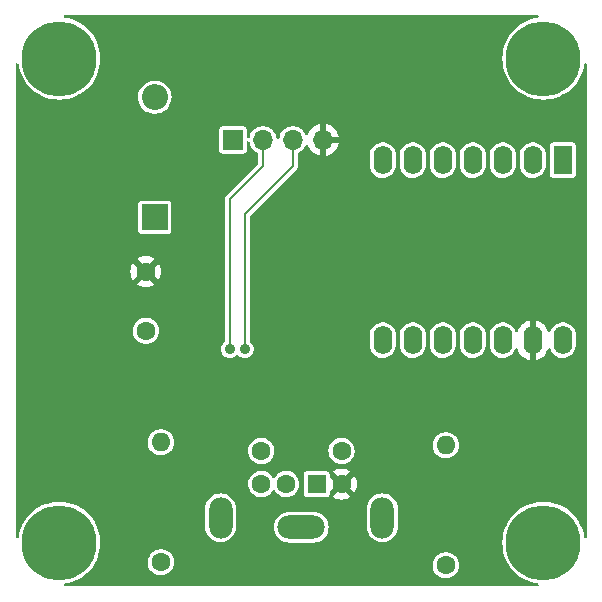
<source format=gbr>
G04 #@! TF.GenerationSoftware,KiCad,Pcbnew,(6.0.1)*
G04 #@! TF.CreationDate,2022-08-01T18:48:13-04:00*
G04 #@! TF.ProjectId,TinyPS2,54696e79-5053-4322-9e6b-696361645f70,X1*
G04 #@! TF.SameCoordinates,Original*
G04 #@! TF.FileFunction,Copper,L2,Bot*
G04 #@! TF.FilePolarity,Positive*
%FSLAX46Y46*%
G04 Gerber Fmt 4.6, Leading zero omitted, Abs format (unit mm)*
G04 Created by KiCad (PCBNEW (6.0.1)) date 2022-08-01 18:48:13*
%MOMM*%
%LPD*%
G01*
G04 APERTURE LIST*
G04 #@! TA.AperFunction,ComponentPad*
%ADD10C,1.600000*%
G04 #@! TD*
G04 #@! TA.AperFunction,ComponentPad*
%ADD11R,1.700000X1.700000*%
G04 #@! TD*
G04 #@! TA.AperFunction,ComponentPad*
%ADD12O,1.700000X1.700000*%
G04 #@! TD*
G04 #@! TA.AperFunction,ComponentPad*
%ADD13R,1.600000X1.600000*%
G04 #@! TD*
G04 #@! TA.AperFunction,ComponentPad*
%ADD14O,2.000000X3.500000*%
G04 #@! TD*
G04 #@! TA.AperFunction,ComponentPad*
%ADD15O,4.000000X2.000000*%
G04 #@! TD*
G04 #@! TA.AperFunction,ComponentPad*
%ADD16O,1.600000X1.600000*%
G04 #@! TD*
G04 #@! TA.AperFunction,ComponentPad*
%ADD17C,6.350000*%
G04 #@! TD*
G04 #@! TA.AperFunction,ComponentPad*
%ADD18R,1.600000X2.400000*%
G04 #@! TD*
G04 #@! TA.AperFunction,ComponentPad*
%ADD19O,1.600000X2.400000*%
G04 #@! TD*
G04 #@! TA.AperFunction,ComponentPad*
%ADD20R,2.200000X2.200000*%
G04 #@! TD*
G04 #@! TA.AperFunction,ComponentPad*
%ADD21O,2.200000X2.200000*%
G04 #@! TD*
G04 #@! TA.AperFunction,ViaPad*
%ADD22C,0.889000*%
G04 #@! TD*
G04 #@! TA.AperFunction,Conductor*
%ADD23C,0.203200*%
G04 #@! TD*
G04 APERTURE END LIST*
D10*
X21336000Y-37044000D03*
X21336000Y-32044000D03*
D11*
X28712000Y-20885000D03*
D12*
X31252000Y-20885000D03*
X33792000Y-20885000D03*
X36332000Y-20885000D03*
D13*
X35810000Y-50025000D03*
D10*
X33210000Y-50025000D03*
X37910000Y-50025000D03*
X31110000Y-50025000D03*
X37910000Y-47225000D03*
X31110000Y-47225000D03*
D14*
X27660000Y-52875000D03*
D15*
X34510000Y-53675000D03*
D14*
X41360000Y-52875000D03*
D10*
X46736000Y-56896000D03*
D16*
X46736000Y-46736000D03*
D10*
X22606000Y-56642000D03*
D16*
X22606000Y-46482000D03*
D17*
X55000000Y-14000000D03*
D18*
X56642000Y-22606000D03*
D19*
X54102000Y-22606000D03*
X51562000Y-22606000D03*
X49022000Y-22606000D03*
X46482000Y-22606000D03*
X43942000Y-22606000D03*
X41402000Y-22606000D03*
X41402000Y-37846000D03*
X43942000Y-37846000D03*
X46482000Y-37846000D03*
X49022000Y-37846000D03*
X51562000Y-37846000D03*
X54102000Y-37846000D03*
X56642000Y-37846000D03*
D20*
X22098000Y-27432000D03*
D21*
X22098000Y-17272000D03*
D17*
X14000000Y-55000000D03*
X14000000Y-14000000D03*
X55000000Y-55000000D03*
D22*
X24638000Y-31750000D03*
X28448000Y-38608000D03*
X29718000Y-38608000D03*
D23*
X28448000Y-25908000D02*
X31252000Y-23104000D01*
X31252000Y-23104000D02*
X31252000Y-20885000D01*
X28448000Y-38608000D02*
X28448000Y-27940000D01*
X28448000Y-27940000D02*
X28448000Y-25908000D01*
X29718000Y-27178000D02*
X33792000Y-23104000D01*
X29718000Y-38608000D02*
X29718000Y-27178000D01*
X33792000Y-23104000D02*
X33792000Y-20885000D01*
G04 #@! TA.AperFunction,Conductor*
G36*
X54550059Y-10324802D02*
G01*
X54596552Y-10378458D01*
X54606656Y-10448732D01*
X54577162Y-10513312D01*
X54517436Y-10551696D01*
X54501650Y-10555249D01*
X54275412Y-10591081D01*
X53923052Y-10685496D01*
X53582492Y-10816225D01*
X53579552Y-10817723D01*
X53260403Y-10980337D01*
X53260396Y-10980341D01*
X53257462Y-10981836D01*
X52951524Y-11180514D01*
X52668029Y-11410084D01*
X52410084Y-11668029D01*
X52180514Y-11951524D01*
X51981836Y-12257462D01*
X51816225Y-12582492D01*
X51685496Y-12923052D01*
X51591081Y-13275412D01*
X51534016Y-13635710D01*
X51514924Y-14000000D01*
X51534016Y-14364290D01*
X51534529Y-14367530D01*
X51534530Y-14367538D01*
X51555249Y-14498351D01*
X51591081Y-14724588D01*
X51685496Y-15076948D01*
X51816225Y-15417508D01*
X51981836Y-15742538D01*
X51983632Y-15745304D01*
X51983634Y-15745307D01*
X52089721Y-15908667D01*
X52180514Y-16048476D01*
X52410084Y-16331971D01*
X52668029Y-16589916D01*
X52951524Y-16819486D01*
X53257462Y-17018164D01*
X53260396Y-17019659D01*
X53260403Y-17019663D01*
X53303636Y-17041691D01*
X53582492Y-17183775D01*
X53722575Y-17237548D01*
X53812326Y-17272000D01*
X53923052Y-17314504D01*
X54275412Y-17408919D01*
X54466987Y-17439261D01*
X54632462Y-17465470D01*
X54632470Y-17465471D01*
X54635710Y-17465984D01*
X55000000Y-17485076D01*
X55364290Y-17465984D01*
X55367530Y-17465471D01*
X55367538Y-17465470D01*
X55533013Y-17439261D01*
X55724588Y-17408919D01*
X56076948Y-17314504D01*
X56187675Y-17272000D01*
X56277425Y-17237548D01*
X56417508Y-17183775D01*
X56696364Y-17041691D01*
X56739597Y-17019663D01*
X56739604Y-17019659D01*
X56742538Y-17018164D01*
X57048476Y-16819486D01*
X57331971Y-16589916D01*
X57589916Y-16331971D01*
X57819486Y-16048476D01*
X57910279Y-15908667D01*
X58016366Y-15745307D01*
X58016368Y-15745304D01*
X58018164Y-15742538D01*
X58183775Y-15417508D01*
X58314504Y-15076948D01*
X58408919Y-14724588D01*
X58444751Y-14498351D01*
X58475163Y-14434198D01*
X58535431Y-14396671D01*
X58606421Y-14397685D01*
X58665593Y-14436918D01*
X58694161Y-14501913D01*
X58695200Y-14518062D01*
X58695200Y-54481938D01*
X58675198Y-54550059D01*
X58621542Y-54596552D01*
X58551268Y-54606656D01*
X58486688Y-54577162D01*
X58448304Y-54517436D01*
X58444751Y-54501649D01*
X58438586Y-54462725D01*
X58408919Y-54275412D01*
X58314504Y-53923052D01*
X58183775Y-53582492D01*
X58117771Y-53452951D01*
X58019663Y-53260403D01*
X58019659Y-53260396D01*
X58018164Y-53257462D01*
X57819486Y-52951524D01*
X57589916Y-52668029D01*
X57331971Y-52410084D01*
X57048476Y-52180514D01*
X56875233Y-52068009D01*
X56745307Y-51983634D01*
X56745304Y-51983632D01*
X56742538Y-51981836D01*
X56739604Y-51980341D01*
X56739597Y-51980337D01*
X56420448Y-51817723D01*
X56417508Y-51816225D01*
X56076948Y-51685496D01*
X55724588Y-51591081D01*
X55533013Y-51560739D01*
X55367538Y-51534530D01*
X55367530Y-51534529D01*
X55364290Y-51534016D01*
X55000000Y-51514924D01*
X54635710Y-51534016D01*
X54632470Y-51534529D01*
X54632462Y-51534530D01*
X54466987Y-51560739D01*
X54275412Y-51591081D01*
X53923052Y-51685496D01*
X53582492Y-51816225D01*
X53579552Y-51817723D01*
X53260403Y-51980337D01*
X53260396Y-51980341D01*
X53257462Y-51981836D01*
X53254696Y-51983632D01*
X53254693Y-51983634D01*
X53124767Y-52068009D01*
X52951524Y-52180514D01*
X52668029Y-52410084D01*
X52410084Y-52668029D01*
X52180514Y-52951524D01*
X51981836Y-53257462D01*
X51980341Y-53260396D01*
X51980337Y-53260403D01*
X51882229Y-53452951D01*
X51816225Y-53582492D01*
X51685496Y-53923052D01*
X51591081Y-54275412D01*
X51561414Y-54462725D01*
X51535738Y-54624840D01*
X51534016Y-54635710D01*
X51514924Y-55000000D01*
X51534016Y-55364290D01*
X51591081Y-55724588D01*
X51685496Y-56076948D01*
X51816225Y-56417508D01*
X51817723Y-56420448D01*
X51932497Y-56645704D01*
X51981836Y-56742538D01*
X52180514Y-57048476D01*
X52410084Y-57331971D01*
X52668029Y-57589916D01*
X52951524Y-57819486D01*
X53031646Y-57871518D01*
X53151615Y-57949426D01*
X53257462Y-58018164D01*
X53260396Y-58019659D01*
X53260403Y-58019663D01*
X53363998Y-58072447D01*
X53582492Y-58183775D01*
X53923052Y-58314504D01*
X54275412Y-58408919D01*
X54501649Y-58444751D01*
X54565802Y-58475163D01*
X54603329Y-58535431D01*
X54602315Y-58606421D01*
X54563082Y-58665593D01*
X54498087Y-58694161D01*
X54481938Y-58695200D01*
X14518062Y-58695200D01*
X14449941Y-58675198D01*
X14403448Y-58621542D01*
X14393344Y-58551268D01*
X14422838Y-58486688D01*
X14482564Y-58448304D01*
X14498351Y-58444751D01*
X14724588Y-58408919D01*
X15076948Y-58314504D01*
X15417508Y-58183775D01*
X15636002Y-58072447D01*
X15739597Y-58019663D01*
X15739604Y-58019659D01*
X15742538Y-58018164D01*
X15848386Y-57949426D01*
X15968354Y-57871518D01*
X16048476Y-57819486D01*
X16331971Y-57589916D01*
X16589916Y-57331971D01*
X16819486Y-57048476D01*
X17018164Y-56742538D01*
X17067504Y-56645704D01*
X17084196Y-56612943D01*
X21496345Y-56612943D01*
X21509631Y-56815648D01*
X21511052Y-56821244D01*
X21511053Y-56821249D01*
X21558214Y-57006942D01*
X21559635Y-57012537D01*
X21644681Y-57197017D01*
X21761923Y-57362910D01*
X21907432Y-57504659D01*
X21912228Y-57507864D01*
X21912231Y-57507866D01*
X22031520Y-57587572D01*
X22076337Y-57617518D01*
X22081640Y-57619796D01*
X22081643Y-57619798D01*
X22257673Y-57695426D01*
X22262980Y-57697706D01*
X22335381Y-57714088D01*
X22455474Y-57741263D01*
X22455479Y-57741264D01*
X22461111Y-57742538D01*
X22466882Y-57742765D01*
X22466884Y-57742765D01*
X22525801Y-57745080D01*
X22664095Y-57750514D01*
X22782121Y-57733401D01*
X22859411Y-57722195D01*
X22859415Y-57722194D01*
X22865133Y-57721365D01*
X22870605Y-57719507D01*
X22870607Y-57719507D01*
X23052028Y-57657922D01*
X23052030Y-57657921D01*
X23057492Y-57656067D01*
X23234731Y-57556809D01*
X23390913Y-57426913D01*
X23520809Y-57270731D01*
X23620067Y-57093492D01*
X23649447Y-57006942D01*
X23683507Y-56906607D01*
X23683507Y-56906605D01*
X23685365Y-56901133D01*
X23689487Y-56872709D01*
X23690323Y-56866943D01*
X45626345Y-56866943D01*
X45639631Y-57069648D01*
X45641052Y-57075244D01*
X45641053Y-57075249D01*
X45662732Y-57160607D01*
X45689635Y-57266537D01*
X45774681Y-57451017D01*
X45891923Y-57616910D01*
X45896057Y-57620937D01*
X46019575Y-57741263D01*
X46037432Y-57758659D01*
X46042228Y-57761864D01*
X46042231Y-57761866D01*
X46180375Y-57854171D01*
X46206337Y-57871518D01*
X46211640Y-57873796D01*
X46211643Y-57873798D01*
X46296062Y-57910067D01*
X46392980Y-57951706D01*
X46465381Y-57968088D01*
X46585474Y-57995263D01*
X46585479Y-57995264D01*
X46591111Y-57996538D01*
X46596882Y-57996765D01*
X46596884Y-57996765D01*
X46655801Y-57999080D01*
X46794095Y-58004514D01*
X46912121Y-57987401D01*
X46989411Y-57976195D01*
X46989415Y-57976194D01*
X46995133Y-57975365D01*
X47000605Y-57973507D01*
X47000607Y-57973507D01*
X47182028Y-57911922D01*
X47182030Y-57911921D01*
X47187492Y-57910067D01*
X47364731Y-57810809D01*
X47520913Y-57680913D01*
X47650809Y-57524731D01*
X47750067Y-57347492D01*
X47815365Y-57155133D01*
X47824303Y-57093492D01*
X47836040Y-57012537D01*
X47844514Y-56954095D01*
X47846035Y-56896000D01*
X47827447Y-56693712D01*
X47772307Y-56498199D01*
X47682460Y-56316008D01*
X47560917Y-56153242D01*
X47542732Y-56136432D01*
X47415986Y-56019269D01*
X47415983Y-56019267D01*
X47411746Y-56015350D01*
X47365207Y-55985986D01*
X47244829Y-55910033D01*
X47244824Y-55910031D01*
X47239945Y-55906952D01*
X47051267Y-55831677D01*
X46852030Y-55792046D01*
X46846255Y-55791970D01*
X46846251Y-55791970D01*
X46744762Y-55790642D01*
X46648908Y-55789387D01*
X46643211Y-55790366D01*
X46643210Y-55790366D01*
X46454399Y-55822810D01*
X46448702Y-55823789D01*
X46258118Y-55894099D01*
X46083538Y-55997963D01*
X45930809Y-56131902D01*
X45805046Y-56291432D01*
X45802357Y-56296543D01*
X45802355Y-56296546D01*
X45792116Y-56316008D01*
X45710461Y-56471208D01*
X45650222Y-56665211D01*
X45626345Y-56866943D01*
X23690323Y-56866943D01*
X23701271Y-56791433D01*
X23714514Y-56700095D01*
X23716035Y-56642000D01*
X23697447Y-56439712D01*
X23690222Y-56414092D01*
X23680635Y-56380101D01*
X23642307Y-56244199D01*
X23552460Y-56062008D01*
X23430917Y-55899242D01*
X23426681Y-55895326D01*
X23285986Y-55765269D01*
X23285983Y-55765267D01*
X23281746Y-55761350D01*
X23217633Y-55720898D01*
X23114829Y-55656033D01*
X23114824Y-55656031D01*
X23109945Y-55652952D01*
X22921267Y-55577677D01*
X22722030Y-55538046D01*
X22716255Y-55537970D01*
X22716251Y-55537970D01*
X22614762Y-55536642D01*
X22518908Y-55535387D01*
X22513211Y-55536366D01*
X22513210Y-55536366D01*
X22324399Y-55568810D01*
X22318702Y-55569789D01*
X22128118Y-55640099D01*
X22123157Y-55643051D01*
X22123156Y-55643051D01*
X21986105Y-55724588D01*
X21953538Y-55743963D01*
X21800809Y-55877902D01*
X21675046Y-56037432D01*
X21672357Y-56042543D01*
X21672355Y-56042546D01*
X21652630Y-56080038D01*
X21580461Y-56217208D01*
X21520222Y-56411211D01*
X21496345Y-56612943D01*
X17084196Y-56612943D01*
X17182277Y-56420448D01*
X17183775Y-56417508D01*
X17314504Y-56076948D01*
X17408919Y-55724588D01*
X17465984Y-55364290D01*
X17485076Y-55000000D01*
X17465984Y-54635710D01*
X17464263Y-54624840D01*
X17438586Y-54462725D01*
X17408919Y-54275412D01*
X17314504Y-53923052D01*
X17221969Y-53681991D01*
X26354700Y-53681991D01*
X26369620Y-53852529D01*
X26371044Y-53857842D01*
X26371044Y-53857844D01*
X26383018Y-53902529D01*
X26428734Y-54073144D01*
X26431057Y-54078125D01*
X26431057Y-54078126D01*
X26522933Y-54275156D01*
X26522936Y-54275161D01*
X26525259Y-54280143D01*
X26528415Y-54284650D01*
X26528416Y-54284652D01*
X26563427Y-54334652D01*
X26656263Y-54467236D01*
X26817764Y-54628737D01*
X26822272Y-54631894D01*
X26822275Y-54631896D01*
X27000348Y-54756584D01*
X27004857Y-54759741D01*
X27009839Y-54762064D01*
X27009844Y-54762067D01*
X27206874Y-54853943D01*
X27211856Y-54856266D01*
X27217164Y-54857688D01*
X27217166Y-54857689D01*
X27427156Y-54913956D01*
X27427158Y-54913956D01*
X27432471Y-54915380D01*
X27660000Y-54935286D01*
X27887529Y-54915380D01*
X27892842Y-54913956D01*
X27892844Y-54913956D01*
X28102834Y-54857689D01*
X28102836Y-54857688D01*
X28108144Y-54856266D01*
X28113126Y-54853943D01*
X28310156Y-54762067D01*
X28310161Y-54762064D01*
X28315143Y-54759741D01*
X28319652Y-54756584D01*
X28497725Y-54631896D01*
X28497728Y-54631894D01*
X28502236Y-54628737D01*
X28663737Y-54467236D01*
X28756574Y-54334652D01*
X28791584Y-54284652D01*
X28791585Y-54284650D01*
X28794741Y-54280143D01*
X28797064Y-54275161D01*
X28797067Y-54275156D01*
X28888943Y-54078126D01*
X28888943Y-54078125D01*
X28891266Y-54073144D01*
X28936983Y-53902529D01*
X28948956Y-53857844D01*
X28948956Y-53857842D01*
X28950380Y-53852529D01*
X28965300Y-53681991D01*
X28965300Y-53675000D01*
X32199714Y-53675000D01*
X32219620Y-53902529D01*
X32221044Y-53907842D01*
X32221044Y-53907844D01*
X32263914Y-54067834D01*
X32278734Y-54123144D01*
X32281057Y-54128125D01*
X32281057Y-54128126D01*
X32372933Y-54325156D01*
X32372936Y-54325161D01*
X32375259Y-54330143D01*
X32378415Y-54334650D01*
X32378416Y-54334652D01*
X32492855Y-54498087D01*
X32506263Y-54517236D01*
X32667764Y-54678737D01*
X32672272Y-54681894D01*
X32672275Y-54681896D01*
X32850348Y-54806584D01*
X32854857Y-54809741D01*
X32859839Y-54812064D01*
X32859844Y-54812067D01*
X33056874Y-54903943D01*
X33061856Y-54906266D01*
X33067164Y-54907688D01*
X33067166Y-54907689D01*
X33277156Y-54963956D01*
X33277158Y-54963956D01*
X33282471Y-54965380D01*
X33381719Y-54974063D01*
X33450285Y-54980062D01*
X33450292Y-54980062D01*
X33453009Y-54980300D01*
X35566991Y-54980300D01*
X35569708Y-54980062D01*
X35569715Y-54980062D01*
X35638281Y-54974063D01*
X35737529Y-54965380D01*
X35742842Y-54963956D01*
X35742844Y-54963956D01*
X35952834Y-54907689D01*
X35952836Y-54907688D01*
X35958144Y-54906266D01*
X35963126Y-54903943D01*
X36160156Y-54812067D01*
X36160161Y-54812064D01*
X36165143Y-54809741D01*
X36169652Y-54806584D01*
X36347725Y-54681896D01*
X36347728Y-54681894D01*
X36352236Y-54678737D01*
X36513737Y-54517236D01*
X36527146Y-54498087D01*
X36641584Y-54334652D01*
X36641585Y-54334650D01*
X36644741Y-54330143D01*
X36647064Y-54325161D01*
X36647067Y-54325156D01*
X36738943Y-54128126D01*
X36738943Y-54128125D01*
X36741266Y-54123144D01*
X36756087Y-54067834D01*
X36798956Y-53907844D01*
X36798956Y-53907842D01*
X36800380Y-53902529D01*
X36819674Y-53681991D01*
X40054700Y-53681991D01*
X40069620Y-53852529D01*
X40071044Y-53857842D01*
X40071044Y-53857844D01*
X40083018Y-53902529D01*
X40128734Y-54073144D01*
X40131057Y-54078125D01*
X40131057Y-54078126D01*
X40222933Y-54275156D01*
X40222936Y-54275161D01*
X40225259Y-54280143D01*
X40228415Y-54284650D01*
X40228416Y-54284652D01*
X40263427Y-54334652D01*
X40356263Y-54467236D01*
X40517764Y-54628737D01*
X40522272Y-54631894D01*
X40522275Y-54631896D01*
X40700348Y-54756584D01*
X40704857Y-54759741D01*
X40709839Y-54762064D01*
X40709844Y-54762067D01*
X40906874Y-54853943D01*
X40911856Y-54856266D01*
X40917164Y-54857688D01*
X40917166Y-54857689D01*
X41127156Y-54913956D01*
X41127158Y-54913956D01*
X41132471Y-54915380D01*
X41360000Y-54935286D01*
X41587529Y-54915380D01*
X41592842Y-54913956D01*
X41592844Y-54913956D01*
X41802834Y-54857689D01*
X41802836Y-54857688D01*
X41808144Y-54856266D01*
X41813126Y-54853943D01*
X42010156Y-54762067D01*
X42010161Y-54762064D01*
X42015143Y-54759741D01*
X42019652Y-54756584D01*
X42197725Y-54631896D01*
X42197728Y-54631894D01*
X42202236Y-54628737D01*
X42363737Y-54467236D01*
X42456574Y-54334652D01*
X42491584Y-54284652D01*
X42491585Y-54284650D01*
X42494741Y-54280143D01*
X42497064Y-54275161D01*
X42497067Y-54275156D01*
X42588943Y-54078126D01*
X42588943Y-54078125D01*
X42591266Y-54073144D01*
X42636983Y-53902529D01*
X42648956Y-53857844D01*
X42648956Y-53857842D01*
X42650380Y-53852529D01*
X42665300Y-53681991D01*
X42665300Y-52068009D01*
X42650380Y-51897471D01*
X42648956Y-51892156D01*
X42592689Y-51682166D01*
X42592688Y-51682164D01*
X42591266Y-51676856D01*
X42588943Y-51671874D01*
X42497067Y-51474844D01*
X42497064Y-51474839D01*
X42494741Y-51469857D01*
X42491584Y-51465348D01*
X42366896Y-51287275D01*
X42366894Y-51287272D01*
X42363737Y-51282764D01*
X42202236Y-51121263D01*
X42197728Y-51118106D01*
X42197725Y-51118104D01*
X42019652Y-50993416D01*
X42019650Y-50993415D01*
X42015143Y-50990259D01*
X42010161Y-50987936D01*
X42010156Y-50987933D01*
X41813126Y-50896057D01*
X41813125Y-50896057D01*
X41808144Y-50893734D01*
X41802836Y-50892312D01*
X41802834Y-50892311D01*
X41592844Y-50836044D01*
X41592842Y-50836044D01*
X41587529Y-50834620D01*
X41360000Y-50814714D01*
X41132471Y-50834620D01*
X41127158Y-50836044D01*
X41127156Y-50836044D01*
X40917166Y-50892311D01*
X40917164Y-50892312D01*
X40911856Y-50893734D01*
X40906875Y-50896057D01*
X40906874Y-50896057D01*
X40709844Y-50987933D01*
X40709839Y-50987936D01*
X40704857Y-50990259D01*
X40700350Y-50993415D01*
X40700348Y-50993416D01*
X40522275Y-51118104D01*
X40522272Y-51118106D01*
X40517764Y-51121263D01*
X40356263Y-51282764D01*
X40353106Y-51287272D01*
X40353104Y-51287275D01*
X40228416Y-51465348D01*
X40225259Y-51469857D01*
X40222936Y-51474839D01*
X40222933Y-51474844D01*
X40131057Y-51671874D01*
X40128734Y-51676856D01*
X40127312Y-51682164D01*
X40127311Y-51682166D01*
X40071044Y-51892156D01*
X40069620Y-51897471D01*
X40054700Y-52068009D01*
X40054700Y-53681991D01*
X36819674Y-53681991D01*
X36820286Y-53675000D01*
X36800380Y-53447471D01*
X36741266Y-53226856D01*
X36738943Y-53221874D01*
X36647067Y-53024844D01*
X36647064Y-53024839D01*
X36644741Y-53019857D01*
X36513737Y-52832764D01*
X36352236Y-52671263D01*
X36347728Y-52668106D01*
X36347725Y-52668104D01*
X36169652Y-52543416D01*
X36169650Y-52543415D01*
X36165143Y-52540259D01*
X36160161Y-52537936D01*
X36160156Y-52537933D01*
X35963126Y-52446057D01*
X35963125Y-52446057D01*
X35958144Y-52443734D01*
X35952836Y-52442312D01*
X35952834Y-52442311D01*
X35742844Y-52386044D01*
X35742842Y-52386044D01*
X35737529Y-52384620D01*
X35638281Y-52375937D01*
X35569715Y-52369938D01*
X35569708Y-52369938D01*
X35566991Y-52369700D01*
X33453009Y-52369700D01*
X33450292Y-52369938D01*
X33450285Y-52369938D01*
X33381719Y-52375937D01*
X33282471Y-52384620D01*
X33277158Y-52386044D01*
X33277156Y-52386044D01*
X33067166Y-52442311D01*
X33067164Y-52442312D01*
X33061856Y-52443734D01*
X33056875Y-52446057D01*
X33056874Y-52446057D01*
X32859844Y-52537933D01*
X32859839Y-52537936D01*
X32854857Y-52540259D01*
X32850350Y-52543415D01*
X32850348Y-52543416D01*
X32672275Y-52668104D01*
X32672272Y-52668106D01*
X32667764Y-52671263D01*
X32506263Y-52832764D01*
X32375259Y-53019857D01*
X32372936Y-53024839D01*
X32372933Y-53024844D01*
X32281057Y-53221874D01*
X32278734Y-53226856D01*
X32219620Y-53447471D01*
X32199714Y-53675000D01*
X28965300Y-53675000D01*
X28965300Y-52068009D01*
X28950380Y-51897471D01*
X28948956Y-51892156D01*
X28892689Y-51682166D01*
X28892688Y-51682164D01*
X28891266Y-51676856D01*
X28888943Y-51671874D01*
X28797067Y-51474844D01*
X28797064Y-51474839D01*
X28794741Y-51469857D01*
X28791584Y-51465348D01*
X28666896Y-51287275D01*
X28666894Y-51287272D01*
X28663737Y-51282764D01*
X28502236Y-51121263D01*
X28497728Y-51118106D01*
X28497725Y-51118104D01*
X28319652Y-50993416D01*
X28319650Y-50993415D01*
X28315143Y-50990259D01*
X28310161Y-50987936D01*
X28310156Y-50987933D01*
X28113126Y-50896057D01*
X28113125Y-50896057D01*
X28108144Y-50893734D01*
X28102836Y-50892312D01*
X28102834Y-50892311D01*
X27892844Y-50836044D01*
X27892842Y-50836044D01*
X27887529Y-50834620D01*
X27660000Y-50814714D01*
X27432471Y-50834620D01*
X27427158Y-50836044D01*
X27427156Y-50836044D01*
X27217166Y-50892311D01*
X27217164Y-50892312D01*
X27211856Y-50893734D01*
X27206875Y-50896057D01*
X27206874Y-50896057D01*
X27009844Y-50987933D01*
X27009839Y-50987936D01*
X27004857Y-50990259D01*
X27000350Y-50993415D01*
X27000348Y-50993416D01*
X26822275Y-51118104D01*
X26822272Y-51118106D01*
X26817764Y-51121263D01*
X26656263Y-51282764D01*
X26653106Y-51287272D01*
X26653104Y-51287275D01*
X26528416Y-51465348D01*
X26525259Y-51469857D01*
X26522936Y-51474839D01*
X26522933Y-51474844D01*
X26431057Y-51671874D01*
X26428734Y-51676856D01*
X26427312Y-51682164D01*
X26427311Y-51682166D01*
X26371044Y-51892156D01*
X26369620Y-51897471D01*
X26354700Y-52068009D01*
X26354700Y-53681991D01*
X17221969Y-53681991D01*
X17183775Y-53582492D01*
X17117771Y-53452951D01*
X17019663Y-53260403D01*
X17019659Y-53260396D01*
X17018164Y-53257462D01*
X16819486Y-52951524D01*
X16589916Y-52668029D01*
X16331971Y-52410084D01*
X16048476Y-52180514D01*
X15875233Y-52068009D01*
X15745307Y-51983634D01*
X15745304Y-51983632D01*
X15742538Y-51981836D01*
X15739604Y-51980341D01*
X15739597Y-51980337D01*
X15420448Y-51817723D01*
X15417508Y-51816225D01*
X15076948Y-51685496D01*
X14724588Y-51591081D01*
X14533013Y-51560739D01*
X14367538Y-51534530D01*
X14367530Y-51534529D01*
X14364290Y-51534016D01*
X14000000Y-51514924D01*
X13635710Y-51534016D01*
X13632470Y-51534529D01*
X13632462Y-51534530D01*
X13466987Y-51560739D01*
X13275412Y-51591081D01*
X12923052Y-51685496D01*
X12582492Y-51816225D01*
X12579552Y-51817723D01*
X12260403Y-51980337D01*
X12260396Y-51980341D01*
X12257462Y-51981836D01*
X12254696Y-51983632D01*
X12254693Y-51983634D01*
X12124767Y-52068009D01*
X11951524Y-52180514D01*
X11668029Y-52410084D01*
X11410084Y-52668029D01*
X11180514Y-52951524D01*
X10981836Y-53257462D01*
X10980341Y-53260396D01*
X10980337Y-53260403D01*
X10882229Y-53452951D01*
X10816225Y-53582492D01*
X10685496Y-53923052D01*
X10591081Y-54275412D01*
X10561414Y-54462725D01*
X10555249Y-54501649D01*
X10524837Y-54565802D01*
X10464569Y-54603329D01*
X10393579Y-54602315D01*
X10334407Y-54563082D01*
X10305839Y-54498087D01*
X10304800Y-54481938D01*
X10304800Y-49995943D01*
X30000345Y-49995943D01*
X30013631Y-50198648D01*
X30015052Y-50204244D01*
X30015053Y-50204249D01*
X30036732Y-50289607D01*
X30063635Y-50395537D01*
X30066052Y-50400780D01*
X30139661Y-50560451D01*
X30148681Y-50580017D01*
X30265923Y-50745910D01*
X30411432Y-50887659D01*
X30416228Y-50890864D01*
X30416231Y-50890866D01*
X30554375Y-50983171D01*
X30580337Y-51000518D01*
X30585640Y-51002796D01*
X30585643Y-51002798D01*
X30670062Y-51039067D01*
X30766980Y-51080706D01*
X30839381Y-51097088D01*
X30959474Y-51124263D01*
X30959479Y-51124264D01*
X30965111Y-51125538D01*
X30970882Y-51125765D01*
X30970884Y-51125765D01*
X31029801Y-51128080D01*
X31168095Y-51133514D01*
X31286121Y-51116401D01*
X31363411Y-51105195D01*
X31363415Y-51105194D01*
X31369133Y-51104365D01*
X31374605Y-51102507D01*
X31374607Y-51102507D01*
X31556028Y-51040922D01*
X31556030Y-51040921D01*
X31561492Y-51039067D01*
X31738731Y-50939809D01*
X31894913Y-50809913D01*
X32024809Y-50653731D01*
X32049236Y-50610113D01*
X32099973Y-50560451D01*
X32169505Y-50546103D01*
X32235755Y-50571625D01*
X32262068Y-50598959D01*
X32365923Y-50745910D01*
X32511432Y-50887659D01*
X32516228Y-50890864D01*
X32516231Y-50890866D01*
X32654375Y-50983171D01*
X32680337Y-51000518D01*
X32685640Y-51002796D01*
X32685643Y-51002798D01*
X32770062Y-51039067D01*
X32866980Y-51080706D01*
X32939381Y-51097088D01*
X33059474Y-51124263D01*
X33059479Y-51124264D01*
X33065111Y-51125538D01*
X33070882Y-51125765D01*
X33070884Y-51125765D01*
X33129801Y-51128080D01*
X33268095Y-51133514D01*
X33386121Y-51116401D01*
X33463411Y-51105195D01*
X33463415Y-51105194D01*
X33469133Y-51104365D01*
X33474605Y-51102507D01*
X33474607Y-51102507D01*
X33656028Y-51040922D01*
X33656030Y-51040921D01*
X33661492Y-51039067D01*
X33838731Y-50939809D01*
X33922236Y-50870358D01*
X34704700Y-50870358D01*
X34705996Y-50881252D01*
X34706685Y-50887040D01*
X34707867Y-50896978D01*
X34754036Y-51000919D01*
X34789427Y-51036248D01*
X34826295Y-51073052D01*
X34826297Y-51073053D01*
X34834528Y-51081270D01*
X34938549Y-51127258D01*
X34964642Y-51130300D01*
X36655358Y-51130300D01*
X36666252Y-51129004D01*
X36672593Y-51128250D01*
X36672596Y-51128249D01*
X36681978Y-51127133D01*
X36718159Y-51111062D01*
X37188493Y-51111062D01*
X37197789Y-51123077D01*
X37248994Y-51158931D01*
X37258489Y-51164414D01*
X37455947Y-51256490D01*
X37466239Y-51260236D01*
X37676688Y-51316625D01*
X37687481Y-51318528D01*
X37904525Y-51337517D01*
X37915475Y-51337517D01*
X38132519Y-51318528D01*
X38143312Y-51316625D01*
X38353761Y-51260236D01*
X38364053Y-51256490D01*
X38561511Y-51164414D01*
X38571006Y-51158931D01*
X38623048Y-51122491D01*
X38631424Y-51112012D01*
X38624356Y-51098566D01*
X37922812Y-50397022D01*
X37908868Y-50389408D01*
X37907035Y-50389539D01*
X37900420Y-50393790D01*
X37194923Y-51099287D01*
X37188493Y-51111062D01*
X36718159Y-51111062D01*
X36785919Y-51080964D01*
X36830557Y-51036248D01*
X36858052Y-51008705D01*
X36858053Y-51008703D01*
X36866270Y-51000472D01*
X36912258Y-50896451D01*
X36915300Y-50870358D01*
X36915300Y-50712680D01*
X36935302Y-50644559D01*
X36952205Y-50623585D01*
X37537978Y-50037812D01*
X37544356Y-50026132D01*
X38274408Y-50026132D01*
X38274539Y-50027965D01*
X38278790Y-50034580D01*
X38984287Y-50740077D01*
X38996062Y-50746507D01*
X39008077Y-50737211D01*
X39043931Y-50686006D01*
X39049414Y-50676511D01*
X39141490Y-50479053D01*
X39145236Y-50468761D01*
X39201625Y-50258312D01*
X39203528Y-50247519D01*
X39222517Y-50030475D01*
X39222517Y-50019525D01*
X39203528Y-49802481D01*
X39201625Y-49791688D01*
X39145236Y-49581239D01*
X39141490Y-49570947D01*
X39049414Y-49373489D01*
X39043931Y-49363994D01*
X39007491Y-49311952D01*
X38997012Y-49303576D01*
X38983566Y-49310644D01*
X38282022Y-50012188D01*
X38274408Y-50026132D01*
X37544356Y-50026132D01*
X37545592Y-50023868D01*
X37545461Y-50022035D01*
X37541210Y-50015420D01*
X36952205Y-49426415D01*
X36918179Y-49364103D01*
X36915300Y-49337320D01*
X36915300Y-49179642D01*
X36914004Y-49168748D01*
X36913250Y-49162407D01*
X36913249Y-49162404D01*
X36912133Y-49153022D01*
X36865964Y-49049081D01*
X36825814Y-49009002D01*
X36793705Y-48976948D01*
X36793703Y-48976947D01*
X36785472Y-48968730D01*
X36715936Y-48937988D01*
X37188576Y-48937988D01*
X37195644Y-48951434D01*
X37897188Y-49652978D01*
X37911132Y-49660592D01*
X37912965Y-49660461D01*
X37919580Y-49656210D01*
X38625077Y-48950713D01*
X38631507Y-48938938D01*
X38622211Y-48926923D01*
X38571006Y-48891069D01*
X38561511Y-48885586D01*
X38364053Y-48793510D01*
X38353761Y-48789764D01*
X38143312Y-48733375D01*
X38132519Y-48731472D01*
X37915475Y-48712483D01*
X37904525Y-48712483D01*
X37687481Y-48731472D01*
X37676688Y-48733375D01*
X37466239Y-48789764D01*
X37455947Y-48793510D01*
X37258489Y-48885586D01*
X37248994Y-48891069D01*
X37196952Y-48927509D01*
X37188576Y-48937988D01*
X36715936Y-48937988D01*
X36681451Y-48922742D01*
X36655358Y-48919700D01*
X34964642Y-48919700D01*
X34953967Y-48920970D01*
X34947407Y-48921750D01*
X34947404Y-48921751D01*
X34938022Y-48922867D01*
X34834081Y-48969036D01*
X34794002Y-49009186D01*
X34761948Y-49041295D01*
X34761947Y-49041297D01*
X34753730Y-49049528D01*
X34707742Y-49153549D01*
X34704700Y-49179642D01*
X34704700Y-50870358D01*
X33922236Y-50870358D01*
X33994913Y-50809913D01*
X34124809Y-50653731D01*
X34141692Y-50623585D01*
X34221248Y-50481525D01*
X34224067Y-50476492D01*
X34225922Y-50471028D01*
X34287507Y-50289607D01*
X34287507Y-50289605D01*
X34289365Y-50284133D01*
X34318514Y-50083095D01*
X34320035Y-50025000D01*
X34301447Y-49822712D01*
X34246307Y-49627199D01*
X34156460Y-49445008D01*
X34076046Y-49337320D01*
X34038370Y-49286866D01*
X34038369Y-49286865D01*
X34034917Y-49282242D01*
X34016732Y-49265432D01*
X33889986Y-49148269D01*
X33889983Y-49148267D01*
X33885746Y-49144350D01*
X33839207Y-49114986D01*
X33718829Y-49039033D01*
X33718824Y-49039031D01*
X33713945Y-49035952D01*
X33525267Y-48960677D01*
X33326030Y-48921046D01*
X33320255Y-48920970D01*
X33320251Y-48920970D01*
X33218762Y-48919642D01*
X33122908Y-48918387D01*
X33117211Y-48919366D01*
X33117210Y-48919366D01*
X32928399Y-48951810D01*
X32922702Y-48952789D01*
X32732118Y-49023099D01*
X32727157Y-49026051D01*
X32727156Y-49026051D01*
X32669811Y-49060168D01*
X32557538Y-49126963D01*
X32404809Y-49260902D01*
X32279046Y-49420432D01*
X32276355Y-49425547D01*
X32272146Y-49433546D01*
X32222725Y-49484518D01*
X32153592Y-49500679D01*
X32086697Y-49476898D01*
X32056889Y-49444687D01*
X32056460Y-49445008D01*
X32053426Y-49440945D01*
X31976046Y-49337320D01*
X31938370Y-49286866D01*
X31938369Y-49286865D01*
X31934917Y-49282242D01*
X31916732Y-49265432D01*
X31789986Y-49148269D01*
X31789983Y-49148267D01*
X31785746Y-49144350D01*
X31739207Y-49114986D01*
X31618829Y-49039033D01*
X31618824Y-49039031D01*
X31613945Y-49035952D01*
X31425267Y-48960677D01*
X31226030Y-48921046D01*
X31220255Y-48920970D01*
X31220251Y-48920970D01*
X31118762Y-48919642D01*
X31022908Y-48918387D01*
X31017211Y-48919366D01*
X31017210Y-48919366D01*
X30828399Y-48951810D01*
X30822702Y-48952789D01*
X30632118Y-49023099D01*
X30627157Y-49026051D01*
X30627156Y-49026051D01*
X30569811Y-49060168D01*
X30457538Y-49126963D01*
X30304809Y-49260902D01*
X30179046Y-49420432D01*
X30176357Y-49425543D01*
X30176355Y-49425546D01*
X30136826Y-49500679D01*
X30084461Y-49600208D01*
X30024222Y-49794211D01*
X30000345Y-49995943D01*
X10304800Y-49995943D01*
X10304800Y-46452943D01*
X21496345Y-46452943D01*
X21509631Y-46655648D01*
X21511052Y-46661244D01*
X21511053Y-46661249D01*
X21546345Y-46800208D01*
X21559635Y-46852537D01*
X21644681Y-47037017D01*
X21761923Y-47202910D01*
X21907432Y-47344659D01*
X21912228Y-47347864D01*
X21912231Y-47347866D01*
X22050375Y-47440171D01*
X22076337Y-47457518D01*
X22081640Y-47459796D01*
X22081643Y-47459798D01*
X22257673Y-47535426D01*
X22262980Y-47537706D01*
X22335381Y-47554088D01*
X22455474Y-47581263D01*
X22455479Y-47581264D01*
X22461111Y-47582538D01*
X22466882Y-47582765D01*
X22466884Y-47582765D01*
X22525801Y-47585080D01*
X22664095Y-47590514D01*
X22782121Y-47573401D01*
X22859411Y-47562195D01*
X22859415Y-47562194D01*
X22865133Y-47561365D01*
X22870605Y-47559507D01*
X22870607Y-47559507D01*
X23052028Y-47497922D01*
X23052030Y-47497921D01*
X23057492Y-47496067D01*
X23234731Y-47396809D01*
X23390913Y-47266913D01*
X23449938Y-47195943D01*
X30000345Y-47195943D01*
X30013631Y-47398648D01*
X30015052Y-47404244D01*
X30015053Y-47404249D01*
X30049271Y-47538981D01*
X30063635Y-47595537D01*
X30148681Y-47780017D01*
X30265923Y-47945910D01*
X30411432Y-48087659D01*
X30416228Y-48090864D01*
X30416231Y-48090866D01*
X30554375Y-48183171D01*
X30580337Y-48200518D01*
X30585640Y-48202796D01*
X30585643Y-48202798D01*
X30670062Y-48239067D01*
X30766980Y-48280706D01*
X30839381Y-48297088D01*
X30959474Y-48324263D01*
X30959479Y-48324264D01*
X30965111Y-48325538D01*
X30970882Y-48325765D01*
X30970884Y-48325765D01*
X31029801Y-48328080D01*
X31168095Y-48333514D01*
X31286121Y-48316401D01*
X31363411Y-48305195D01*
X31363415Y-48305194D01*
X31369133Y-48304365D01*
X31374605Y-48302507D01*
X31374607Y-48302507D01*
X31556028Y-48240922D01*
X31556030Y-48240921D01*
X31561492Y-48239067D01*
X31738731Y-48139809D01*
X31894913Y-48009913D01*
X32024809Y-47853731D01*
X32034438Y-47836538D01*
X32084442Y-47747248D01*
X32124067Y-47676492D01*
X32131828Y-47653630D01*
X32187507Y-47489607D01*
X32187507Y-47489605D01*
X32189365Y-47484133D01*
X32192729Y-47460937D01*
X32209588Y-47344659D01*
X32218514Y-47283095D01*
X32220035Y-47225000D01*
X32217365Y-47195943D01*
X36800345Y-47195943D01*
X36813631Y-47398648D01*
X36815052Y-47404244D01*
X36815053Y-47404249D01*
X36849271Y-47538981D01*
X36863635Y-47595537D01*
X36948681Y-47780017D01*
X37065923Y-47945910D01*
X37211432Y-48087659D01*
X37216228Y-48090864D01*
X37216231Y-48090866D01*
X37354375Y-48183171D01*
X37380337Y-48200518D01*
X37385640Y-48202796D01*
X37385643Y-48202798D01*
X37470062Y-48239067D01*
X37566980Y-48280706D01*
X37639381Y-48297088D01*
X37759474Y-48324263D01*
X37759479Y-48324264D01*
X37765111Y-48325538D01*
X37770882Y-48325765D01*
X37770884Y-48325765D01*
X37829801Y-48328080D01*
X37968095Y-48333514D01*
X38086121Y-48316401D01*
X38163411Y-48305195D01*
X38163415Y-48305194D01*
X38169133Y-48304365D01*
X38174605Y-48302507D01*
X38174607Y-48302507D01*
X38356028Y-48240922D01*
X38356030Y-48240921D01*
X38361492Y-48239067D01*
X38538731Y-48139809D01*
X38694913Y-48009913D01*
X38824809Y-47853731D01*
X38834438Y-47836538D01*
X38884442Y-47747248D01*
X38924067Y-47676492D01*
X38931828Y-47653630D01*
X38987507Y-47489607D01*
X38987507Y-47489605D01*
X38989365Y-47484133D01*
X38992729Y-47460937D01*
X39009588Y-47344659D01*
X39018514Y-47283095D01*
X39020035Y-47225000D01*
X39001447Y-47022712D01*
X38946307Y-46827199D01*
X38887003Y-46706943D01*
X45626345Y-46706943D01*
X45639631Y-46909648D01*
X45641052Y-46915244D01*
X45641053Y-46915249D01*
X45662732Y-47000607D01*
X45689635Y-47106537D01*
X45692052Y-47111780D01*
X45731890Y-47198195D01*
X45774681Y-47291017D01*
X45891923Y-47456910D01*
X45896057Y-47460937D01*
X46019575Y-47581263D01*
X46037432Y-47598659D01*
X46042228Y-47601864D01*
X46042231Y-47601866D01*
X46153917Y-47676492D01*
X46206337Y-47711518D01*
X46211640Y-47713796D01*
X46211643Y-47713798D01*
X46296062Y-47750067D01*
X46392980Y-47791706D01*
X46465381Y-47808088D01*
X46585474Y-47835263D01*
X46585479Y-47835264D01*
X46591111Y-47836538D01*
X46596882Y-47836765D01*
X46596884Y-47836765D01*
X46655801Y-47839080D01*
X46794095Y-47844514D01*
X46912121Y-47827401D01*
X46989411Y-47816195D01*
X46989415Y-47816194D01*
X46995133Y-47815365D01*
X47000605Y-47813507D01*
X47000607Y-47813507D01*
X47182028Y-47751922D01*
X47182030Y-47751921D01*
X47187492Y-47750067D01*
X47364731Y-47650809D01*
X47520913Y-47520913D01*
X47650809Y-47364731D01*
X47750067Y-47187492D01*
X47815365Y-46995133D01*
X47824303Y-46933492D01*
X47836040Y-46852537D01*
X47844514Y-46794095D01*
X47846035Y-46736000D01*
X47827447Y-46533712D01*
X47772307Y-46338199D01*
X47682460Y-46156008D01*
X47560917Y-45993242D01*
X47542732Y-45976432D01*
X47415986Y-45859269D01*
X47415983Y-45859267D01*
X47411746Y-45855350D01*
X47365207Y-45825986D01*
X47244829Y-45750033D01*
X47244824Y-45750031D01*
X47239945Y-45746952D01*
X47051267Y-45671677D01*
X46852030Y-45632046D01*
X46846255Y-45631970D01*
X46846251Y-45631970D01*
X46744762Y-45630642D01*
X46648908Y-45629387D01*
X46643211Y-45630366D01*
X46643210Y-45630366D01*
X46454399Y-45662810D01*
X46448702Y-45663789D01*
X46258118Y-45734099D01*
X46083538Y-45837963D01*
X45930809Y-45971902D01*
X45805046Y-46131432D01*
X45802357Y-46136543D01*
X45802355Y-46136546D01*
X45792116Y-46156008D01*
X45710461Y-46311208D01*
X45650222Y-46505211D01*
X45626345Y-46706943D01*
X38887003Y-46706943D01*
X38856460Y-46645008D01*
X38734917Y-46482242D01*
X38716732Y-46465432D01*
X38589986Y-46348269D01*
X38589983Y-46348267D01*
X38585746Y-46344350D01*
X38483301Y-46279712D01*
X38418829Y-46239033D01*
X38418824Y-46239031D01*
X38413945Y-46235952D01*
X38225267Y-46160677D01*
X38026030Y-46121046D01*
X38020255Y-46120970D01*
X38020251Y-46120970D01*
X37918762Y-46119642D01*
X37822908Y-46118387D01*
X37817211Y-46119366D01*
X37817210Y-46119366D01*
X37628399Y-46151810D01*
X37622702Y-46152789D01*
X37432118Y-46223099D01*
X37257538Y-46326963D01*
X37104809Y-46460902D01*
X36979046Y-46620432D01*
X36976357Y-46625543D01*
X36976355Y-46625546D01*
X36966116Y-46645008D01*
X36884461Y-46800208D01*
X36824222Y-46994211D01*
X36800345Y-47195943D01*
X32217365Y-47195943D01*
X32201447Y-47022712D01*
X32146307Y-46827199D01*
X32056460Y-46645008D01*
X31934917Y-46482242D01*
X31916732Y-46465432D01*
X31789986Y-46348269D01*
X31789983Y-46348267D01*
X31785746Y-46344350D01*
X31683301Y-46279712D01*
X31618829Y-46239033D01*
X31618824Y-46239031D01*
X31613945Y-46235952D01*
X31425267Y-46160677D01*
X31226030Y-46121046D01*
X31220255Y-46120970D01*
X31220251Y-46120970D01*
X31118762Y-46119642D01*
X31022908Y-46118387D01*
X31017211Y-46119366D01*
X31017210Y-46119366D01*
X30828399Y-46151810D01*
X30822702Y-46152789D01*
X30632118Y-46223099D01*
X30457538Y-46326963D01*
X30304809Y-46460902D01*
X30179046Y-46620432D01*
X30176357Y-46625543D01*
X30176355Y-46625546D01*
X30166116Y-46645008D01*
X30084461Y-46800208D01*
X30024222Y-46994211D01*
X30000345Y-47195943D01*
X23449938Y-47195943D01*
X23520809Y-47110731D01*
X23620067Y-46933492D01*
X23657908Y-46822017D01*
X23683507Y-46746607D01*
X23683507Y-46746605D01*
X23685365Y-46741133D01*
X23689487Y-46712709D01*
X23713981Y-46543769D01*
X23714514Y-46540095D01*
X23716035Y-46482000D01*
X23697447Y-46279712D01*
X23685106Y-46235952D01*
X23664480Y-46162819D01*
X23642307Y-46084199D01*
X23552460Y-45902008D01*
X23430917Y-45739242D01*
X23426681Y-45735326D01*
X23285986Y-45605269D01*
X23285983Y-45605267D01*
X23281746Y-45601350D01*
X23235207Y-45571986D01*
X23114829Y-45496033D01*
X23114824Y-45496031D01*
X23109945Y-45492952D01*
X22921267Y-45417677D01*
X22722030Y-45378046D01*
X22716255Y-45377970D01*
X22716251Y-45377970D01*
X22614762Y-45376642D01*
X22518908Y-45375387D01*
X22513211Y-45376366D01*
X22513210Y-45376366D01*
X22324399Y-45408810D01*
X22318702Y-45409789D01*
X22128118Y-45480099D01*
X21953538Y-45583963D01*
X21800809Y-45717902D01*
X21675046Y-45877432D01*
X21672357Y-45882543D01*
X21672355Y-45882546D01*
X21662116Y-45902008D01*
X21580461Y-46057208D01*
X21520222Y-46251211D01*
X21496345Y-46452943D01*
X10304800Y-46452943D01*
X10304800Y-37014943D01*
X20226345Y-37014943D01*
X20239631Y-37217648D01*
X20241052Y-37223244D01*
X20241053Y-37223249D01*
X20283484Y-37390317D01*
X20289635Y-37414537D01*
X20374681Y-37599017D01*
X20491923Y-37764910D01*
X20637432Y-37906659D01*
X20642228Y-37909864D01*
X20642231Y-37909866D01*
X20780375Y-38002171D01*
X20806337Y-38019518D01*
X20811640Y-38021796D01*
X20811643Y-38021798D01*
X20896062Y-38058067D01*
X20992980Y-38099706D01*
X21065381Y-38116088D01*
X21185474Y-38143263D01*
X21185479Y-38143264D01*
X21191111Y-38144538D01*
X21196882Y-38144765D01*
X21196884Y-38144765D01*
X21255801Y-38147080D01*
X21394095Y-38152514D01*
X21519591Y-38134318D01*
X21589411Y-38124195D01*
X21589415Y-38124194D01*
X21595133Y-38123365D01*
X21600605Y-38121507D01*
X21600607Y-38121507D01*
X21782028Y-38059922D01*
X21782030Y-38059921D01*
X21787492Y-38058067D01*
X21933966Y-37976038D01*
X21959694Y-37961630D01*
X21959695Y-37961629D01*
X21964731Y-37958809D01*
X22120913Y-37828913D01*
X22250809Y-37672731D01*
X22350067Y-37495492D01*
X22401767Y-37343192D01*
X22413507Y-37308607D01*
X22413507Y-37308605D01*
X22415365Y-37303133D01*
X22425928Y-37230285D01*
X22439520Y-37136540D01*
X22444514Y-37102095D01*
X22446035Y-37044000D01*
X22427447Y-36841712D01*
X22372307Y-36646199D01*
X22282460Y-36464008D01*
X22160917Y-36301242D01*
X22142732Y-36284432D01*
X22015986Y-36167269D01*
X22015983Y-36167267D01*
X22011746Y-36163350D01*
X21965207Y-36133986D01*
X21844829Y-36058033D01*
X21844824Y-36058031D01*
X21839945Y-36054952D01*
X21651267Y-35979677D01*
X21452030Y-35940046D01*
X21446255Y-35939970D01*
X21446251Y-35939970D01*
X21344762Y-35938642D01*
X21248908Y-35937387D01*
X21243211Y-35938366D01*
X21243210Y-35938366D01*
X21054399Y-35970810D01*
X21048702Y-35971789D01*
X20858118Y-36042099D01*
X20683538Y-36145963D01*
X20530809Y-36279902D01*
X20405046Y-36439432D01*
X20402357Y-36444543D01*
X20402355Y-36444546D01*
X20354523Y-36535461D01*
X20310461Y-36619208D01*
X20250222Y-36813211D01*
X20226345Y-37014943D01*
X10304800Y-37014943D01*
X10304800Y-33130062D01*
X20614493Y-33130062D01*
X20623789Y-33142077D01*
X20674994Y-33177931D01*
X20684489Y-33183414D01*
X20881947Y-33275490D01*
X20892239Y-33279236D01*
X21102688Y-33335625D01*
X21113481Y-33337528D01*
X21330525Y-33356517D01*
X21341475Y-33356517D01*
X21558519Y-33337528D01*
X21569312Y-33335625D01*
X21779761Y-33279236D01*
X21790053Y-33275490D01*
X21987511Y-33183414D01*
X21997006Y-33177931D01*
X22049048Y-33141491D01*
X22057424Y-33131012D01*
X22050356Y-33117566D01*
X21348812Y-32416022D01*
X21334868Y-32408408D01*
X21333035Y-32408539D01*
X21326420Y-32412790D01*
X20620923Y-33118287D01*
X20614493Y-33130062D01*
X10304800Y-33130062D01*
X10304800Y-32049475D01*
X20023483Y-32049475D01*
X20042472Y-32266519D01*
X20044375Y-32277312D01*
X20100764Y-32487761D01*
X20104510Y-32498053D01*
X20196586Y-32695511D01*
X20202069Y-32705006D01*
X20238509Y-32757048D01*
X20248988Y-32765424D01*
X20262434Y-32758356D01*
X20963978Y-32056812D01*
X20970356Y-32045132D01*
X21700408Y-32045132D01*
X21700539Y-32046965D01*
X21704790Y-32053580D01*
X22410287Y-32759077D01*
X22422062Y-32765507D01*
X22434077Y-32756211D01*
X22469931Y-32705006D01*
X22475414Y-32695511D01*
X22567490Y-32498053D01*
X22571236Y-32487761D01*
X22627625Y-32277312D01*
X22629528Y-32266519D01*
X22648517Y-32049475D01*
X22648517Y-32038525D01*
X22629528Y-31821481D01*
X22627625Y-31810688D01*
X22571236Y-31600239D01*
X22567490Y-31589947D01*
X22475414Y-31392489D01*
X22469931Y-31382994D01*
X22433491Y-31330952D01*
X22423012Y-31322576D01*
X22409566Y-31329644D01*
X21708022Y-32031188D01*
X21700408Y-32045132D01*
X20970356Y-32045132D01*
X20971592Y-32042868D01*
X20971461Y-32041035D01*
X20967210Y-32034420D01*
X20261713Y-31328923D01*
X20249938Y-31322493D01*
X20237923Y-31331789D01*
X20202069Y-31382994D01*
X20196586Y-31392489D01*
X20104510Y-31589947D01*
X20100764Y-31600239D01*
X20044375Y-31810688D01*
X20042472Y-31821481D01*
X20023483Y-32038525D01*
X20023483Y-32049475D01*
X10304800Y-32049475D01*
X10304800Y-30956988D01*
X20614576Y-30956988D01*
X20621644Y-30970434D01*
X21323188Y-31671978D01*
X21337132Y-31679592D01*
X21338965Y-31679461D01*
X21345580Y-31675210D01*
X22051077Y-30969713D01*
X22057507Y-30957938D01*
X22048211Y-30945923D01*
X21997006Y-30910069D01*
X21987511Y-30904586D01*
X21790053Y-30812510D01*
X21779761Y-30808764D01*
X21569312Y-30752375D01*
X21558519Y-30750472D01*
X21341475Y-30731483D01*
X21330525Y-30731483D01*
X21113481Y-30750472D01*
X21102688Y-30752375D01*
X20892239Y-30808764D01*
X20881947Y-30812510D01*
X20684489Y-30904586D01*
X20674994Y-30910069D01*
X20622952Y-30946509D01*
X20614576Y-30956988D01*
X10304800Y-30956988D01*
X10304800Y-28577358D01*
X20692700Y-28577358D01*
X20693996Y-28588252D01*
X20694685Y-28594040D01*
X20695867Y-28603978D01*
X20742036Y-28707919D01*
X20782186Y-28747998D01*
X20814295Y-28780052D01*
X20814297Y-28780053D01*
X20822528Y-28788270D01*
X20926549Y-28834258D01*
X20952642Y-28837300D01*
X23243358Y-28837300D01*
X23254252Y-28836004D01*
X23260593Y-28835250D01*
X23260596Y-28835249D01*
X23269978Y-28834133D01*
X23373919Y-28787964D01*
X23413998Y-28747814D01*
X23446052Y-28715705D01*
X23446053Y-28715703D01*
X23454270Y-28707472D01*
X23500258Y-28603451D01*
X23503300Y-28577358D01*
X23503300Y-26286642D01*
X23502004Y-26275748D01*
X23501250Y-26269407D01*
X23501249Y-26269404D01*
X23500133Y-26260022D01*
X23453964Y-26156081D01*
X23413814Y-26116002D01*
X23381705Y-26083948D01*
X23381703Y-26083947D01*
X23373472Y-26075730D01*
X23269451Y-26029742D01*
X23243358Y-26026700D01*
X20952642Y-26026700D01*
X20941748Y-26027996D01*
X20935407Y-26028750D01*
X20935404Y-26028751D01*
X20926022Y-26029867D01*
X20822081Y-26076036D01*
X20782002Y-26116186D01*
X20749948Y-26148295D01*
X20749947Y-26148297D01*
X20741730Y-26156528D01*
X20695742Y-26260549D01*
X20692700Y-26286642D01*
X20692700Y-28577358D01*
X10304800Y-28577358D01*
X10304800Y-21780358D01*
X27556700Y-21780358D01*
X27557649Y-21788332D01*
X27558685Y-21797040D01*
X27559867Y-21806978D01*
X27606036Y-21910919D01*
X27630078Y-21934919D01*
X27678295Y-21983052D01*
X27678297Y-21983053D01*
X27686528Y-21991270D01*
X27790549Y-22037258D01*
X27816642Y-22040300D01*
X29607358Y-22040300D01*
X29618252Y-22039004D01*
X29624593Y-22038250D01*
X29624596Y-22038249D01*
X29633978Y-22037133D01*
X29737919Y-21990964D01*
X29777998Y-21950814D01*
X29810052Y-21918705D01*
X29810053Y-21918703D01*
X29818270Y-21910472D01*
X29864258Y-21806451D01*
X29867300Y-21780358D01*
X29867300Y-21134480D01*
X29887302Y-21066359D01*
X29940958Y-21019866D01*
X30011232Y-21009762D01*
X30075812Y-21039256D01*
X30115423Y-21103465D01*
X30158301Y-21272299D01*
X30247195Y-21465124D01*
X30369740Y-21638521D01*
X30442202Y-21709111D01*
X30506567Y-21771812D01*
X30521832Y-21786683D01*
X30526628Y-21789888D01*
X30526631Y-21789890D01*
X30672144Y-21887118D01*
X30698377Y-21904647D01*
X30703685Y-21906928D01*
X30703686Y-21906928D01*
X30768837Y-21934919D01*
X30823530Y-21980187D01*
X30845100Y-22050687D01*
X30845100Y-22883267D01*
X30825098Y-22951388D01*
X30808195Y-22972362D01*
X28114708Y-25665849D01*
X28110205Y-25674687D01*
X28104492Y-25685900D01*
X28094160Y-25702759D01*
X28080930Y-25720968D01*
X28077865Y-25730401D01*
X28077864Y-25730403D01*
X28073972Y-25742380D01*
X28066408Y-25760641D01*
X28056191Y-25780694D01*
X28054640Y-25790487D01*
X28052670Y-25802926D01*
X28048054Y-25822152D01*
X28041100Y-25843554D01*
X28041100Y-37907917D01*
X28021098Y-37976038D01*
X27992673Y-38007206D01*
X27989454Y-38009721D01*
X27983456Y-38013411D01*
X27971670Y-38024953D01*
X27872761Y-38121812D01*
X27863270Y-38131106D01*
X27772146Y-38272503D01*
X27769735Y-38279126D01*
X27769734Y-38279129D01*
X27717023Y-38423952D01*
X27717022Y-38423957D01*
X27714613Y-38430575D01*
X27693530Y-38597465D01*
X27709945Y-38764879D01*
X27763042Y-38924495D01*
X27766691Y-38930520D01*
X27813001Y-39006986D01*
X27850183Y-39068381D01*
X27967036Y-39189386D01*
X27972928Y-39193241D01*
X27972932Y-39193245D01*
X28071152Y-39257518D01*
X28107793Y-39281495D01*
X28114397Y-39283951D01*
X28114399Y-39283952D01*
X28146354Y-39295836D01*
X28265459Y-39340131D01*
X28343136Y-39350495D01*
X28425217Y-39361448D01*
X28425221Y-39361448D01*
X28432198Y-39362379D01*
X28439209Y-39361741D01*
X28439213Y-39361741D01*
X28592701Y-39347772D01*
X28599722Y-39347133D01*
X28606424Y-39344955D01*
X28606426Y-39344955D01*
X28753005Y-39297328D01*
X28759705Y-39295151D01*
X28778492Y-39283952D01*
X28898145Y-39212625D01*
X28898147Y-39212624D01*
X28904197Y-39209017D01*
X28909296Y-39204161D01*
X28909303Y-39204156D01*
X28996850Y-39120785D01*
X29059974Y-39088292D01*
X29130645Y-39095085D01*
X29174379Y-39124503D01*
X29198939Y-39149935D01*
X29237036Y-39189386D01*
X29242928Y-39193241D01*
X29242932Y-39193245D01*
X29341152Y-39257518D01*
X29377793Y-39281495D01*
X29384397Y-39283951D01*
X29384399Y-39283952D01*
X29416354Y-39295836D01*
X29535459Y-39340131D01*
X29613136Y-39350495D01*
X29695217Y-39361448D01*
X29695221Y-39361448D01*
X29702198Y-39362379D01*
X29709209Y-39361741D01*
X29709213Y-39361741D01*
X29862701Y-39347772D01*
X29869722Y-39347133D01*
X29876424Y-39344955D01*
X29876426Y-39344955D01*
X30023005Y-39297328D01*
X30029705Y-39295151D01*
X30048492Y-39283952D01*
X30168145Y-39212625D01*
X30168147Y-39212624D01*
X30174197Y-39209017D01*
X30296014Y-39093012D01*
X30389104Y-38952900D01*
X30431796Y-38840513D01*
X30446339Y-38802230D01*
X30446340Y-38802225D01*
X30448839Y-38795647D01*
X30454274Y-38756973D01*
X30471699Y-38632991D01*
X30471699Y-38632986D01*
X30472250Y-38629068D01*
X30472544Y-38608000D01*
X30453793Y-38440832D01*
X30404297Y-38298699D01*
X40296700Y-38298699D01*
X40311704Y-38455958D01*
X40371076Y-38658340D01*
X40373820Y-38663667D01*
X40373820Y-38663668D01*
X40419009Y-38751407D01*
X40467647Y-38845844D01*
X40597932Y-39011704D01*
X40602463Y-39015636D01*
X40602466Y-39015639D01*
X40723637Y-39120785D01*
X40757229Y-39149935D01*
X40762415Y-39152935D01*
X40762419Y-39152938D01*
X40865593Y-39212625D01*
X40939792Y-39255550D01*
X41139032Y-39324738D01*
X41144965Y-39325598D01*
X41144968Y-39325599D01*
X41341821Y-39354141D01*
X41341824Y-39354141D01*
X41347761Y-39355002D01*
X41558447Y-39345251D01*
X41564271Y-39343847D01*
X41564274Y-39343847D01*
X41757654Y-39297242D01*
X41757656Y-39297241D01*
X41763487Y-39295836D01*
X41768945Y-39293354D01*
X41768949Y-39293353D01*
X41946500Y-39212625D01*
X41955485Y-39208540D01*
X42127511Y-39086513D01*
X42249797Y-38958771D01*
X42269214Y-38938488D01*
X42273359Y-38934158D01*
X42387766Y-38756973D01*
X42449391Y-38604062D01*
X42464360Y-38566919D01*
X42464361Y-38566916D01*
X42466604Y-38561350D01*
X42507029Y-38354349D01*
X42507300Y-38348808D01*
X42507300Y-38298699D01*
X42836700Y-38298699D01*
X42851704Y-38455958D01*
X42911076Y-38658340D01*
X42913820Y-38663667D01*
X42913820Y-38663668D01*
X42959009Y-38751407D01*
X43007647Y-38845844D01*
X43137932Y-39011704D01*
X43142463Y-39015636D01*
X43142466Y-39015639D01*
X43263637Y-39120785D01*
X43297229Y-39149935D01*
X43302415Y-39152935D01*
X43302419Y-39152938D01*
X43405593Y-39212625D01*
X43479792Y-39255550D01*
X43679032Y-39324738D01*
X43684965Y-39325598D01*
X43684968Y-39325599D01*
X43881821Y-39354141D01*
X43881824Y-39354141D01*
X43887761Y-39355002D01*
X44098447Y-39345251D01*
X44104271Y-39343847D01*
X44104274Y-39343847D01*
X44297654Y-39297242D01*
X44297656Y-39297241D01*
X44303487Y-39295836D01*
X44308945Y-39293354D01*
X44308949Y-39293353D01*
X44486500Y-39212625D01*
X44495485Y-39208540D01*
X44667511Y-39086513D01*
X44789797Y-38958771D01*
X44809214Y-38938488D01*
X44813359Y-38934158D01*
X44927766Y-38756973D01*
X44989391Y-38604062D01*
X45004360Y-38566919D01*
X45004361Y-38566916D01*
X45006604Y-38561350D01*
X45047029Y-38354349D01*
X45047300Y-38348808D01*
X45047300Y-38298699D01*
X45376700Y-38298699D01*
X45391704Y-38455958D01*
X45451076Y-38658340D01*
X45453820Y-38663667D01*
X45453820Y-38663668D01*
X45499009Y-38751407D01*
X45547647Y-38845844D01*
X45677932Y-39011704D01*
X45682463Y-39015636D01*
X45682466Y-39015639D01*
X45803637Y-39120785D01*
X45837229Y-39149935D01*
X45842415Y-39152935D01*
X45842419Y-39152938D01*
X45945593Y-39212625D01*
X46019792Y-39255550D01*
X46219032Y-39324738D01*
X46224965Y-39325598D01*
X46224968Y-39325599D01*
X46421821Y-39354141D01*
X46421824Y-39354141D01*
X46427761Y-39355002D01*
X46638447Y-39345251D01*
X46644271Y-39343847D01*
X46644274Y-39343847D01*
X46837654Y-39297242D01*
X46837656Y-39297241D01*
X46843487Y-39295836D01*
X46848945Y-39293354D01*
X46848949Y-39293353D01*
X47026500Y-39212625D01*
X47035485Y-39208540D01*
X47207511Y-39086513D01*
X47329797Y-38958771D01*
X47349214Y-38938488D01*
X47353359Y-38934158D01*
X47467766Y-38756973D01*
X47529391Y-38604062D01*
X47544360Y-38566919D01*
X47544361Y-38566916D01*
X47546604Y-38561350D01*
X47587029Y-38354349D01*
X47587300Y-38348808D01*
X47587300Y-38298699D01*
X47916700Y-38298699D01*
X47931704Y-38455958D01*
X47991076Y-38658340D01*
X47993820Y-38663667D01*
X47993820Y-38663668D01*
X48039009Y-38751407D01*
X48087647Y-38845844D01*
X48217932Y-39011704D01*
X48222463Y-39015636D01*
X48222466Y-39015639D01*
X48343637Y-39120785D01*
X48377229Y-39149935D01*
X48382415Y-39152935D01*
X48382419Y-39152938D01*
X48485593Y-39212625D01*
X48559792Y-39255550D01*
X48759032Y-39324738D01*
X48764965Y-39325598D01*
X48764968Y-39325599D01*
X48961821Y-39354141D01*
X48961824Y-39354141D01*
X48967761Y-39355002D01*
X49178447Y-39345251D01*
X49184271Y-39343847D01*
X49184274Y-39343847D01*
X49377654Y-39297242D01*
X49377656Y-39297241D01*
X49383487Y-39295836D01*
X49388945Y-39293354D01*
X49388949Y-39293353D01*
X49566500Y-39212625D01*
X49575485Y-39208540D01*
X49747511Y-39086513D01*
X49869797Y-38958771D01*
X49889214Y-38938488D01*
X49893359Y-38934158D01*
X50007766Y-38756973D01*
X50069391Y-38604062D01*
X50084360Y-38566919D01*
X50084361Y-38566916D01*
X50086604Y-38561350D01*
X50127029Y-38354349D01*
X50127300Y-38348808D01*
X50127300Y-38298699D01*
X50456700Y-38298699D01*
X50471704Y-38455958D01*
X50531076Y-38658340D01*
X50533820Y-38663667D01*
X50533820Y-38663668D01*
X50579009Y-38751407D01*
X50627647Y-38845844D01*
X50757932Y-39011704D01*
X50762463Y-39015636D01*
X50762466Y-39015639D01*
X50883637Y-39120785D01*
X50917229Y-39149935D01*
X50922415Y-39152935D01*
X50922419Y-39152938D01*
X51025593Y-39212625D01*
X51099792Y-39255550D01*
X51299032Y-39324738D01*
X51304965Y-39325598D01*
X51304968Y-39325599D01*
X51501821Y-39354141D01*
X51501824Y-39354141D01*
X51507761Y-39355002D01*
X51718447Y-39345251D01*
X51724271Y-39343847D01*
X51724274Y-39343847D01*
X51917654Y-39297242D01*
X51917656Y-39297241D01*
X51923487Y-39295836D01*
X51928945Y-39293354D01*
X51928949Y-39293353D01*
X52106500Y-39212625D01*
X52115485Y-39208540D01*
X52287511Y-39086513D01*
X52409797Y-38958771D01*
X52429214Y-38938488D01*
X52433359Y-38934158D01*
X52547766Y-38756973D01*
X52609222Y-38604480D01*
X52653237Y-38548774D01*
X52720382Y-38525707D01*
X52789339Y-38542604D01*
X52838214Y-38594099D01*
X52847795Y-38618967D01*
X52866764Y-38689761D01*
X52870510Y-38700053D01*
X52962586Y-38897511D01*
X52968069Y-38907007D01*
X53093028Y-39085467D01*
X53100084Y-39093875D01*
X53254125Y-39247916D01*
X53262533Y-39254972D01*
X53440993Y-39379931D01*
X53450489Y-39385414D01*
X53647947Y-39477490D01*
X53658239Y-39481236D01*
X53830503Y-39527394D01*
X53844599Y-39527058D01*
X53848000Y-39519116D01*
X53848000Y-39513967D01*
X54356000Y-39513967D01*
X54359973Y-39527498D01*
X54368522Y-39528727D01*
X54545761Y-39481236D01*
X54556053Y-39477490D01*
X54753511Y-39385414D01*
X54763007Y-39379931D01*
X54941467Y-39254972D01*
X54949875Y-39247916D01*
X55103916Y-39093875D01*
X55110972Y-39085467D01*
X55235931Y-38907007D01*
X55241414Y-38897511D01*
X55333490Y-38700053D01*
X55337236Y-38689761D01*
X55356143Y-38619199D01*
X55393095Y-38558576D01*
X55456956Y-38527555D01*
X55527450Y-38535983D01*
X55582197Y-38581186D01*
X55598755Y-38616341D01*
X55611076Y-38658340D01*
X55613820Y-38663667D01*
X55613820Y-38663668D01*
X55659009Y-38751407D01*
X55707647Y-38845844D01*
X55837932Y-39011704D01*
X55842463Y-39015636D01*
X55842466Y-39015639D01*
X55963637Y-39120785D01*
X55997229Y-39149935D01*
X56002415Y-39152935D01*
X56002419Y-39152938D01*
X56105593Y-39212625D01*
X56179792Y-39255550D01*
X56379032Y-39324738D01*
X56384965Y-39325598D01*
X56384968Y-39325599D01*
X56581821Y-39354141D01*
X56581824Y-39354141D01*
X56587761Y-39355002D01*
X56798447Y-39345251D01*
X56804271Y-39343847D01*
X56804274Y-39343847D01*
X56997654Y-39297242D01*
X56997656Y-39297241D01*
X57003487Y-39295836D01*
X57008945Y-39293354D01*
X57008949Y-39293353D01*
X57186500Y-39212625D01*
X57195485Y-39208540D01*
X57367511Y-39086513D01*
X57489797Y-38958771D01*
X57509214Y-38938488D01*
X57513359Y-38934158D01*
X57627766Y-38756973D01*
X57689391Y-38604062D01*
X57704360Y-38566919D01*
X57704361Y-38566916D01*
X57706604Y-38561350D01*
X57747029Y-38354349D01*
X57747300Y-38348808D01*
X57747300Y-37393301D01*
X57732296Y-37236042D01*
X57672924Y-37033660D01*
X57663284Y-37014943D01*
X57579099Y-36851487D01*
X57579097Y-36851484D01*
X57576353Y-36846156D01*
X57446068Y-36680296D01*
X57441537Y-36676364D01*
X57441534Y-36676361D01*
X57291301Y-36545996D01*
X57286771Y-36542065D01*
X57281585Y-36539065D01*
X57281581Y-36539062D01*
X57124081Y-36447947D01*
X57104208Y-36436450D01*
X56904968Y-36367262D01*
X56899035Y-36366402D01*
X56899032Y-36366401D01*
X56702179Y-36337859D01*
X56702176Y-36337859D01*
X56696239Y-36336998D01*
X56485553Y-36346749D01*
X56479729Y-36348153D01*
X56479726Y-36348153D01*
X56286346Y-36394758D01*
X56286344Y-36394759D01*
X56280513Y-36396164D01*
X56275055Y-36398646D01*
X56275051Y-36398647D01*
X56195328Y-36434895D01*
X56088515Y-36483460D01*
X55916489Y-36605487D01*
X55770641Y-36757842D01*
X55656234Y-36935027D01*
X55614168Y-37039408D01*
X55594778Y-37087520D01*
X55550763Y-37143226D01*
X55483618Y-37166293D01*
X55414661Y-37149396D01*
X55365786Y-37097901D01*
X55356205Y-37073033D01*
X55337236Y-37002239D01*
X55333490Y-36991947D01*
X55241414Y-36794489D01*
X55235931Y-36784993D01*
X55110972Y-36606533D01*
X55103916Y-36598125D01*
X54949875Y-36444084D01*
X54941467Y-36437028D01*
X54763007Y-36312069D01*
X54753511Y-36306586D01*
X54556053Y-36214510D01*
X54545761Y-36210764D01*
X54373497Y-36164606D01*
X54359401Y-36164942D01*
X54356000Y-36172884D01*
X54356000Y-39513967D01*
X53848000Y-39513967D01*
X53848000Y-36178033D01*
X53844027Y-36164502D01*
X53835478Y-36163273D01*
X53658239Y-36210764D01*
X53647947Y-36214510D01*
X53450489Y-36306586D01*
X53440993Y-36312069D01*
X53262533Y-36437028D01*
X53254125Y-36444084D01*
X53100084Y-36598125D01*
X53093028Y-36606533D01*
X52968069Y-36784993D01*
X52962586Y-36794489D01*
X52870510Y-36991947D01*
X52866764Y-37002239D01*
X52847857Y-37072801D01*
X52810905Y-37133424D01*
X52747044Y-37164445D01*
X52676550Y-37156017D01*
X52621803Y-37110814D01*
X52605245Y-37075659D01*
X52594610Y-37039408D01*
X52592924Y-37033660D01*
X52583284Y-37014943D01*
X52499099Y-36851487D01*
X52499097Y-36851484D01*
X52496353Y-36846156D01*
X52366068Y-36680296D01*
X52361537Y-36676364D01*
X52361534Y-36676361D01*
X52211301Y-36545996D01*
X52206771Y-36542065D01*
X52201585Y-36539065D01*
X52201581Y-36539062D01*
X52044081Y-36447947D01*
X52024208Y-36436450D01*
X51824968Y-36367262D01*
X51819035Y-36366402D01*
X51819032Y-36366401D01*
X51622179Y-36337859D01*
X51622176Y-36337859D01*
X51616239Y-36336998D01*
X51405553Y-36346749D01*
X51399729Y-36348153D01*
X51399726Y-36348153D01*
X51206346Y-36394758D01*
X51206344Y-36394759D01*
X51200513Y-36396164D01*
X51195055Y-36398646D01*
X51195051Y-36398647D01*
X51115328Y-36434895D01*
X51008515Y-36483460D01*
X50836489Y-36605487D01*
X50690641Y-36757842D01*
X50576234Y-36935027D01*
X50573991Y-36940593D01*
X50510399Y-37098386D01*
X50497396Y-37130650D01*
X50456971Y-37337651D01*
X50456700Y-37343192D01*
X50456700Y-38298699D01*
X50127300Y-38298699D01*
X50127300Y-37393301D01*
X50112296Y-37236042D01*
X50052924Y-37033660D01*
X50043284Y-37014943D01*
X49959099Y-36851487D01*
X49959097Y-36851484D01*
X49956353Y-36846156D01*
X49826068Y-36680296D01*
X49821537Y-36676364D01*
X49821534Y-36676361D01*
X49671301Y-36545996D01*
X49666771Y-36542065D01*
X49661585Y-36539065D01*
X49661581Y-36539062D01*
X49504081Y-36447947D01*
X49484208Y-36436450D01*
X49284968Y-36367262D01*
X49279035Y-36366402D01*
X49279032Y-36366401D01*
X49082179Y-36337859D01*
X49082176Y-36337859D01*
X49076239Y-36336998D01*
X48865553Y-36346749D01*
X48859729Y-36348153D01*
X48859726Y-36348153D01*
X48666346Y-36394758D01*
X48666344Y-36394759D01*
X48660513Y-36396164D01*
X48655055Y-36398646D01*
X48655051Y-36398647D01*
X48575328Y-36434895D01*
X48468515Y-36483460D01*
X48296489Y-36605487D01*
X48150641Y-36757842D01*
X48036234Y-36935027D01*
X48033991Y-36940593D01*
X47970399Y-37098386D01*
X47957396Y-37130650D01*
X47916971Y-37337651D01*
X47916700Y-37343192D01*
X47916700Y-38298699D01*
X47587300Y-38298699D01*
X47587300Y-37393301D01*
X47572296Y-37236042D01*
X47512924Y-37033660D01*
X47503284Y-37014943D01*
X47419099Y-36851487D01*
X47419097Y-36851484D01*
X47416353Y-36846156D01*
X47286068Y-36680296D01*
X47281537Y-36676364D01*
X47281534Y-36676361D01*
X47131301Y-36545996D01*
X47126771Y-36542065D01*
X47121585Y-36539065D01*
X47121581Y-36539062D01*
X46964081Y-36447947D01*
X46944208Y-36436450D01*
X46744968Y-36367262D01*
X46739035Y-36366402D01*
X46739032Y-36366401D01*
X46542179Y-36337859D01*
X46542176Y-36337859D01*
X46536239Y-36336998D01*
X46325553Y-36346749D01*
X46319729Y-36348153D01*
X46319726Y-36348153D01*
X46126346Y-36394758D01*
X46126344Y-36394759D01*
X46120513Y-36396164D01*
X46115055Y-36398646D01*
X46115051Y-36398647D01*
X46035328Y-36434895D01*
X45928515Y-36483460D01*
X45756489Y-36605487D01*
X45610641Y-36757842D01*
X45496234Y-36935027D01*
X45493991Y-36940593D01*
X45430399Y-37098386D01*
X45417396Y-37130650D01*
X45376971Y-37337651D01*
X45376700Y-37343192D01*
X45376700Y-38298699D01*
X45047300Y-38298699D01*
X45047300Y-37393301D01*
X45032296Y-37236042D01*
X44972924Y-37033660D01*
X44963284Y-37014943D01*
X44879099Y-36851487D01*
X44879097Y-36851484D01*
X44876353Y-36846156D01*
X44746068Y-36680296D01*
X44741537Y-36676364D01*
X44741534Y-36676361D01*
X44591301Y-36545996D01*
X44586771Y-36542065D01*
X44581585Y-36539065D01*
X44581581Y-36539062D01*
X44424081Y-36447947D01*
X44404208Y-36436450D01*
X44204968Y-36367262D01*
X44199035Y-36366402D01*
X44199032Y-36366401D01*
X44002179Y-36337859D01*
X44002176Y-36337859D01*
X43996239Y-36336998D01*
X43785553Y-36346749D01*
X43779729Y-36348153D01*
X43779726Y-36348153D01*
X43586346Y-36394758D01*
X43586344Y-36394759D01*
X43580513Y-36396164D01*
X43575055Y-36398646D01*
X43575051Y-36398647D01*
X43495328Y-36434895D01*
X43388515Y-36483460D01*
X43216489Y-36605487D01*
X43070641Y-36757842D01*
X42956234Y-36935027D01*
X42953991Y-36940593D01*
X42890399Y-37098386D01*
X42877396Y-37130650D01*
X42836971Y-37337651D01*
X42836700Y-37343192D01*
X42836700Y-38298699D01*
X42507300Y-38298699D01*
X42507300Y-37393301D01*
X42492296Y-37236042D01*
X42432924Y-37033660D01*
X42423284Y-37014943D01*
X42339099Y-36851487D01*
X42339097Y-36851484D01*
X42336353Y-36846156D01*
X42206068Y-36680296D01*
X42201537Y-36676364D01*
X42201534Y-36676361D01*
X42051301Y-36545996D01*
X42046771Y-36542065D01*
X42041585Y-36539065D01*
X42041581Y-36539062D01*
X41884081Y-36447947D01*
X41864208Y-36436450D01*
X41664968Y-36367262D01*
X41659035Y-36366402D01*
X41659032Y-36366401D01*
X41462179Y-36337859D01*
X41462176Y-36337859D01*
X41456239Y-36336998D01*
X41245553Y-36346749D01*
X41239729Y-36348153D01*
X41239726Y-36348153D01*
X41046346Y-36394758D01*
X41046344Y-36394759D01*
X41040513Y-36396164D01*
X41035055Y-36398646D01*
X41035051Y-36398647D01*
X40955328Y-36434895D01*
X40848515Y-36483460D01*
X40676489Y-36605487D01*
X40530641Y-36757842D01*
X40416234Y-36935027D01*
X40413991Y-36940593D01*
X40350399Y-37098386D01*
X40337396Y-37130650D01*
X40296971Y-37337651D01*
X40296700Y-37343192D01*
X40296700Y-38298699D01*
X30404297Y-38298699D01*
X30398472Y-38281972D01*
X30388852Y-38266576D01*
X30313064Y-38145291D01*
X30309331Y-38139317D01*
X30297714Y-38127618D01*
X30195763Y-38024953D01*
X30190800Y-38019955D01*
X30184850Y-38016179D01*
X30183387Y-38015250D01*
X30182651Y-38014410D01*
X30179361Y-38011765D01*
X30179826Y-38011187D01*
X30136588Y-37961861D01*
X30124900Y-37908864D01*
X30124900Y-27398733D01*
X30144902Y-27330612D01*
X30161805Y-27309638D01*
X34125292Y-23346151D01*
X34135510Y-23326096D01*
X34145840Y-23309241D01*
X34153239Y-23299057D01*
X34159070Y-23291032D01*
X34162136Y-23281597D01*
X34166028Y-23269620D01*
X34173592Y-23251358D01*
X34179308Y-23240140D01*
X34179308Y-23240139D01*
X34183809Y-23231306D01*
X34187330Y-23209074D01*
X34191946Y-23189848D01*
X34195835Y-23177879D01*
X34198900Y-23168446D01*
X34198900Y-23058699D01*
X40296700Y-23058699D01*
X40311704Y-23215958D01*
X40371076Y-23418340D01*
X40373820Y-23423667D01*
X40373820Y-23423668D01*
X40419009Y-23511407D01*
X40467647Y-23605844D01*
X40597932Y-23771704D01*
X40602463Y-23775636D01*
X40602466Y-23775639D01*
X40720402Y-23877978D01*
X40757229Y-23909935D01*
X40762415Y-23912935D01*
X40762419Y-23912938D01*
X40863275Y-23971284D01*
X40939792Y-24015550D01*
X41139032Y-24084738D01*
X41144965Y-24085598D01*
X41144968Y-24085599D01*
X41341821Y-24114141D01*
X41341824Y-24114141D01*
X41347761Y-24115002D01*
X41558447Y-24105251D01*
X41564271Y-24103847D01*
X41564274Y-24103847D01*
X41757654Y-24057242D01*
X41757656Y-24057241D01*
X41763487Y-24055836D01*
X41768945Y-24053354D01*
X41768949Y-24053353D01*
X41927042Y-23981472D01*
X41955485Y-23968540D01*
X42127511Y-23846513D01*
X42273359Y-23694158D01*
X42387766Y-23516973D01*
X42466604Y-23321350D01*
X42494622Y-23177879D01*
X42506161Y-23118795D01*
X42506161Y-23118792D01*
X42507029Y-23114349D01*
X42507300Y-23108808D01*
X42507300Y-23058699D01*
X42836700Y-23058699D01*
X42851704Y-23215958D01*
X42911076Y-23418340D01*
X42913820Y-23423667D01*
X42913820Y-23423668D01*
X42959009Y-23511407D01*
X43007647Y-23605844D01*
X43137932Y-23771704D01*
X43142463Y-23775636D01*
X43142466Y-23775639D01*
X43260402Y-23877978D01*
X43297229Y-23909935D01*
X43302415Y-23912935D01*
X43302419Y-23912938D01*
X43403275Y-23971284D01*
X43479792Y-24015550D01*
X43679032Y-24084738D01*
X43684965Y-24085598D01*
X43684968Y-24085599D01*
X43881821Y-24114141D01*
X43881824Y-24114141D01*
X43887761Y-24115002D01*
X44098447Y-24105251D01*
X44104271Y-24103847D01*
X44104274Y-24103847D01*
X44297654Y-24057242D01*
X44297656Y-24057241D01*
X44303487Y-24055836D01*
X44308945Y-24053354D01*
X44308949Y-24053353D01*
X44467042Y-23981472D01*
X44495485Y-23968540D01*
X44667511Y-23846513D01*
X44813359Y-23694158D01*
X44927766Y-23516973D01*
X45006604Y-23321350D01*
X45034622Y-23177879D01*
X45046161Y-23118795D01*
X45046161Y-23118792D01*
X45047029Y-23114349D01*
X45047300Y-23108808D01*
X45047300Y-23058699D01*
X45376700Y-23058699D01*
X45391704Y-23215958D01*
X45451076Y-23418340D01*
X45453820Y-23423667D01*
X45453820Y-23423668D01*
X45499009Y-23511407D01*
X45547647Y-23605844D01*
X45677932Y-23771704D01*
X45682463Y-23775636D01*
X45682466Y-23775639D01*
X45800402Y-23877978D01*
X45837229Y-23909935D01*
X45842415Y-23912935D01*
X45842419Y-23912938D01*
X45943275Y-23971284D01*
X46019792Y-24015550D01*
X46219032Y-24084738D01*
X46224965Y-24085598D01*
X46224968Y-24085599D01*
X46421821Y-24114141D01*
X46421824Y-24114141D01*
X46427761Y-24115002D01*
X46638447Y-24105251D01*
X46644271Y-24103847D01*
X46644274Y-24103847D01*
X46837654Y-24057242D01*
X46837656Y-24057241D01*
X46843487Y-24055836D01*
X46848945Y-24053354D01*
X46848949Y-24053353D01*
X47007042Y-23981472D01*
X47035485Y-23968540D01*
X47207511Y-23846513D01*
X47353359Y-23694158D01*
X47467766Y-23516973D01*
X47546604Y-23321350D01*
X47574622Y-23177879D01*
X47586161Y-23118795D01*
X47586161Y-23118792D01*
X47587029Y-23114349D01*
X47587300Y-23108808D01*
X47587300Y-23058699D01*
X47916700Y-23058699D01*
X47931704Y-23215958D01*
X47991076Y-23418340D01*
X47993820Y-23423667D01*
X47993820Y-23423668D01*
X48039009Y-23511407D01*
X48087647Y-23605844D01*
X48217932Y-23771704D01*
X48222463Y-23775636D01*
X48222466Y-23775639D01*
X48340402Y-23877978D01*
X48377229Y-23909935D01*
X48382415Y-23912935D01*
X48382419Y-23912938D01*
X48483275Y-23971284D01*
X48559792Y-24015550D01*
X48759032Y-24084738D01*
X48764965Y-24085598D01*
X48764968Y-24085599D01*
X48961821Y-24114141D01*
X48961824Y-24114141D01*
X48967761Y-24115002D01*
X49178447Y-24105251D01*
X49184271Y-24103847D01*
X49184274Y-24103847D01*
X49377654Y-24057242D01*
X49377656Y-24057241D01*
X49383487Y-24055836D01*
X49388945Y-24053354D01*
X49388949Y-24053353D01*
X49547042Y-23981472D01*
X49575485Y-23968540D01*
X49747511Y-23846513D01*
X49893359Y-23694158D01*
X50007766Y-23516973D01*
X50086604Y-23321350D01*
X50114622Y-23177879D01*
X50126161Y-23118795D01*
X50126161Y-23118792D01*
X50127029Y-23114349D01*
X50127300Y-23108808D01*
X50127300Y-23058699D01*
X50456700Y-23058699D01*
X50471704Y-23215958D01*
X50531076Y-23418340D01*
X50533820Y-23423667D01*
X50533820Y-23423668D01*
X50579009Y-23511407D01*
X50627647Y-23605844D01*
X50757932Y-23771704D01*
X50762463Y-23775636D01*
X50762466Y-23775639D01*
X50880402Y-23877978D01*
X50917229Y-23909935D01*
X50922415Y-23912935D01*
X50922419Y-23912938D01*
X51023275Y-23971284D01*
X51099792Y-24015550D01*
X51299032Y-24084738D01*
X51304965Y-24085598D01*
X51304968Y-24085599D01*
X51501821Y-24114141D01*
X51501824Y-24114141D01*
X51507761Y-24115002D01*
X51718447Y-24105251D01*
X51724271Y-24103847D01*
X51724274Y-24103847D01*
X51917654Y-24057242D01*
X51917656Y-24057241D01*
X51923487Y-24055836D01*
X51928945Y-24053354D01*
X51928949Y-24053353D01*
X52087042Y-23981472D01*
X52115485Y-23968540D01*
X52287511Y-23846513D01*
X52433359Y-23694158D01*
X52547766Y-23516973D01*
X52626604Y-23321350D01*
X52654622Y-23177879D01*
X52666161Y-23118795D01*
X52666161Y-23118792D01*
X52667029Y-23114349D01*
X52667300Y-23108808D01*
X52667300Y-23058699D01*
X52996700Y-23058699D01*
X53011704Y-23215958D01*
X53071076Y-23418340D01*
X53073820Y-23423667D01*
X53073820Y-23423668D01*
X53119009Y-23511407D01*
X53167647Y-23605844D01*
X53297932Y-23771704D01*
X53302463Y-23775636D01*
X53302466Y-23775639D01*
X53420402Y-23877978D01*
X53457229Y-23909935D01*
X53462415Y-23912935D01*
X53462419Y-23912938D01*
X53563275Y-23971284D01*
X53639792Y-24015550D01*
X53839032Y-24084738D01*
X53844965Y-24085598D01*
X53844968Y-24085599D01*
X54041821Y-24114141D01*
X54041824Y-24114141D01*
X54047761Y-24115002D01*
X54258447Y-24105251D01*
X54264271Y-24103847D01*
X54264274Y-24103847D01*
X54457654Y-24057242D01*
X54457656Y-24057241D01*
X54463487Y-24055836D01*
X54468945Y-24053354D01*
X54468949Y-24053353D01*
X54627042Y-23981472D01*
X54655485Y-23968540D01*
X54820681Y-23851358D01*
X55536700Y-23851358D01*
X55537996Y-23862252D01*
X55538685Y-23868040D01*
X55539867Y-23877978D01*
X55586036Y-23981919D01*
X55626186Y-24021998D01*
X55658295Y-24054052D01*
X55658297Y-24054053D01*
X55666528Y-24062270D01*
X55770549Y-24108258D01*
X55796642Y-24111300D01*
X57487358Y-24111300D01*
X57498252Y-24110004D01*
X57504593Y-24109250D01*
X57504596Y-24109249D01*
X57513978Y-24108133D01*
X57617919Y-24061964D01*
X57664252Y-24015550D01*
X57690052Y-23989705D01*
X57690053Y-23989703D01*
X57698270Y-23981472D01*
X57744258Y-23877451D01*
X57747300Y-23851358D01*
X57747300Y-21360642D01*
X57746004Y-21349748D01*
X57745250Y-21343407D01*
X57745249Y-21343404D01*
X57744133Y-21334022D01*
X57697964Y-21230081D01*
X57657814Y-21190002D01*
X57625705Y-21157948D01*
X57625703Y-21157947D01*
X57617472Y-21149730D01*
X57513451Y-21103742D01*
X57487358Y-21100700D01*
X55796642Y-21100700D01*
X55785748Y-21101996D01*
X55779407Y-21102750D01*
X55779404Y-21102751D01*
X55770022Y-21103867D01*
X55712924Y-21129229D01*
X55677723Y-21144865D01*
X55666081Y-21150036D01*
X55638256Y-21177910D01*
X55593948Y-21222295D01*
X55593947Y-21222297D01*
X55585730Y-21230528D01*
X55539742Y-21334549D01*
X55536700Y-21360642D01*
X55536700Y-23851358D01*
X54820681Y-23851358D01*
X54827511Y-23846513D01*
X54973359Y-23694158D01*
X55087766Y-23516973D01*
X55166604Y-23321350D01*
X55194622Y-23177879D01*
X55206161Y-23118795D01*
X55206161Y-23118792D01*
X55207029Y-23114349D01*
X55207300Y-23108808D01*
X55207300Y-22153301D01*
X55192296Y-21996042D01*
X55132924Y-21793660D01*
X55126073Y-21780358D01*
X55039099Y-21611487D01*
X55039097Y-21611484D01*
X55036353Y-21606156D01*
X54906068Y-21440296D01*
X54901537Y-21436364D01*
X54901534Y-21436361D01*
X54751301Y-21305996D01*
X54746771Y-21302065D01*
X54741585Y-21299065D01*
X54741581Y-21299062D01*
X54569404Y-21199456D01*
X54564208Y-21196450D01*
X54364968Y-21127262D01*
X54359035Y-21126402D01*
X54359032Y-21126401D01*
X54162179Y-21097859D01*
X54162176Y-21097859D01*
X54156239Y-21096998D01*
X53945553Y-21106749D01*
X53939729Y-21108153D01*
X53939726Y-21108153D01*
X53746346Y-21154758D01*
X53746344Y-21154759D01*
X53740513Y-21156164D01*
X53735055Y-21158646D01*
X53735051Y-21158647D01*
X53651908Y-21196450D01*
X53548515Y-21243460D01*
X53376489Y-21365487D01*
X53230641Y-21517842D01*
X53116234Y-21695027D01*
X53113991Y-21700593D01*
X53051898Y-21854667D01*
X53037396Y-21890650D01*
X53031247Y-21922139D01*
X53005796Y-22052464D01*
X52996971Y-22097651D01*
X52996700Y-22103192D01*
X52996700Y-23058699D01*
X52667300Y-23058699D01*
X52667300Y-22153301D01*
X52652296Y-21996042D01*
X52592924Y-21793660D01*
X52586073Y-21780358D01*
X52499099Y-21611487D01*
X52499097Y-21611484D01*
X52496353Y-21606156D01*
X52366068Y-21440296D01*
X52361537Y-21436364D01*
X52361534Y-21436361D01*
X52211301Y-21305996D01*
X52206771Y-21302065D01*
X52201585Y-21299065D01*
X52201581Y-21299062D01*
X52029404Y-21199456D01*
X52024208Y-21196450D01*
X51824968Y-21127262D01*
X51819035Y-21126402D01*
X51819032Y-21126401D01*
X51622179Y-21097859D01*
X51622176Y-21097859D01*
X51616239Y-21096998D01*
X51405553Y-21106749D01*
X51399729Y-21108153D01*
X51399726Y-21108153D01*
X51206346Y-21154758D01*
X51206344Y-21154759D01*
X51200513Y-21156164D01*
X51195055Y-21158646D01*
X51195051Y-21158647D01*
X51111908Y-21196450D01*
X51008515Y-21243460D01*
X50836489Y-21365487D01*
X50690641Y-21517842D01*
X50576234Y-21695027D01*
X50573991Y-21700593D01*
X50511898Y-21854667D01*
X50497396Y-21890650D01*
X50491247Y-21922139D01*
X50465796Y-22052464D01*
X50456971Y-22097651D01*
X50456700Y-22103192D01*
X50456700Y-23058699D01*
X50127300Y-23058699D01*
X50127300Y-22153301D01*
X50112296Y-21996042D01*
X50052924Y-21793660D01*
X50046073Y-21780358D01*
X49959099Y-21611487D01*
X49959097Y-21611484D01*
X49956353Y-21606156D01*
X49826068Y-21440296D01*
X49821537Y-21436364D01*
X49821534Y-21436361D01*
X49671301Y-21305996D01*
X49666771Y-21302065D01*
X49661585Y-21299065D01*
X49661581Y-21299062D01*
X49489404Y-21199456D01*
X49484208Y-21196450D01*
X49284968Y-21127262D01*
X49279035Y-21126402D01*
X49279032Y-21126401D01*
X49082179Y-21097859D01*
X49082176Y-21097859D01*
X49076239Y-21096998D01*
X48865553Y-21106749D01*
X48859729Y-21108153D01*
X48859726Y-21108153D01*
X48666346Y-21154758D01*
X48666344Y-21154759D01*
X48660513Y-21156164D01*
X48655055Y-21158646D01*
X48655051Y-21158647D01*
X48571908Y-21196450D01*
X48468515Y-21243460D01*
X48296489Y-21365487D01*
X48150641Y-21517842D01*
X48036234Y-21695027D01*
X48033991Y-21700593D01*
X47971898Y-21854667D01*
X47957396Y-21890650D01*
X47951247Y-21922139D01*
X47925796Y-22052464D01*
X47916971Y-22097651D01*
X47916700Y-22103192D01*
X47916700Y-23058699D01*
X47587300Y-23058699D01*
X47587300Y-22153301D01*
X47572296Y-21996042D01*
X47512924Y-21793660D01*
X47506073Y-21780358D01*
X47419099Y-21611487D01*
X47419097Y-21611484D01*
X47416353Y-21606156D01*
X47286068Y-21440296D01*
X47281537Y-21436364D01*
X47281534Y-21436361D01*
X47131301Y-21305996D01*
X47126771Y-21302065D01*
X47121585Y-21299065D01*
X47121581Y-21299062D01*
X46949404Y-21199456D01*
X46944208Y-21196450D01*
X46744968Y-21127262D01*
X46739035Y-21126402D01*
X46739032Y-21126401D01*
X46542179Y-21097859D01*
X46542176Y-21097859D01*
X46536239Y-21096998D01*
X46325553Y-21106749D01*
X46319729Y-21108153D01*
X46319726Y-21108153D01*
X46126346Y-21154758D01*
X46126344Y-21154759D01*
X46120513Y-21156164D01*
X46115055Y-21158646D01*
X46115051Y-21158647D01*
X46031908Y-21196450D01*
X45928515Y-21243460D01*
X45756489Y-21365487D01*
X45610641Y-21517842D01*
X45496234Y-21695027D01*
X45493991Y-21700593D01*
X45431898Y-21854667D01*
X45417396Y-21890650D01*
X45411247Y-21922139D01*
X45385796Y-22052464D01*
X45376971Y-22097651D01*
X45376700Y-22103192D01*
X45376700Y-23058699D01*
X45047300Y-23058699D01*
X45047300Y-22153301D01*
X45032296Y-21996042D01*
X44972924Y-21793660D01*
X44966073Y-21780358D01*
X44879099Y-21611487D01*
X44879097Y-21611484D01*
X44876353Y-21606156D01*
X44746068Y-21440296D01*
X44741537Y-21436364D01*
X44741534Y-21436361D01*
X44591301Y-21305996D01*
X44586771Y-21302065D01*
X44581585Y-21299065D01*
X44581581Y-21299062D01*
X44409404Y-21199456D01*
X44404208Y-21196450D01*
X44204968Y-21127262D01*
X44199035Y-21126402D01*
X44199032Y-21126401D01*
X44002179Y-21097859D01*
X44002176Y-21097859D01*
X43996239Y-21096998D01*
X43785553Y-21106749D01*
X43779729Y-21108153D01*
X43779726Y-21108153D01*
X43586346Y-21154758D01*
X43586344Y-21154759D01*
X43580513Y-21156164D01*
X43575055Y-21158646D01*
X43575051Y-21158647D01*
X43491908Y-21196450D01*
X43388515Y-21243460D01*
X43216489Y-21365487D01*
X43070641Y-21517842D01*
X42956234Y-21695027D01*
X42953991Y-21700593D01*
X42891898Y-21854667D01*
X42877396Y-21890650D01*
X42871247Y-21922139D01*
X42845796Y-22052464D01*
X42836971Y-22097651D01*
X42836700Y-22103192D01*
X42836700Y-23058699D01*
X42507300Y-23058699D01*
X42507300Y-22153301D01*
X42492296Y-21996042D01*
X42432924Y-21793660D01*
X42426073Y-21780358D01*
X42339099Y-21611487D01*
X42339097Y-21611484D01*
X42336353Y-21606156D01*
X42206068Y-21440296D01*
X42201537Y-21436364D01*
X42201534Y-21436361D01*
X42051301Y-21305996D01*
X42046771Y-21302065D01*
X42041585Y-21299065D01*
X42041581Y-21299062D01*
X41869404Y-21199456D01*
X41864208Y-21196450D01*
X41664968Y-21127262D01*
X41659035Y-21126402D01*
X41659032Y-21126401D01*
X41462179Y-21097859D01*
X41462176Y-21097859D01*
X41456239Y-21096998D01*
X41245553Y-21106749D01*
X41239729Y-21108153D01*
X41239726Y-21108153D01*
X41046346Y-21154758D01*
X41046344Y-21154759D01*
X41040513Y-21156164D01*
X41035055Y-21158646D01*
X41035051Y-21158647D01*
X40951908Y-21196450D01*
X40848515Y-21243460D01*
X40676489Y-21365487D01*
X40530641Y-21517842D01*
X40416234Y-21695027D01*
X40413991Y-21700593D01*
X40351898Y-21854667D01*
X40337396Y-21890650D01*
X40331247Y-21922139D01*
X40305796Y-22052464D01*
X40296971Y-22097651D01*
X40296700Y-22103192D01*
X40296700Y-23058699D01*
X34198900Y-23058699D01*
X34198900Y-22055134D01*
X34218902Y-21987013D01*
X34265221Y-21947270D01*
X34263916Y-21944940D01*
X34325463Y-21910472D01*
X34449172Y-21841192D01*
X34490944Y-21806451D01*
X34607982Y-21709111D01*
X34612420Y-21705420D01*
X34748192Y-21542172D01*
X34843243Y-21372447D01*
X34893978Y-21322786D01*
X34963510Y-21308438D01*
X35029760Y-21333960D01*
X35069919Y-21386610D01*
X35113770Y-21494603D01*
X35118413Y-21503794D01*
X35229694Y-21685388D01*
X35235777Y-21693699D01*
X35375213Y-21854667D01*
X35382580Y-21861883D01*
X35546434Y-21997916D01*
X35554881Y-22003831D01*
X35738756Y-22111279D01*
X35748042Y-22115729D01*
X35947001Y-22191703D01*
X35956899Y-22194579D01*
X36060250Y-22215606D01*
X36074299Y-22214410D01*
X36078000Y-22204065D01*
X36078000Y-22203517D01*
X36586000Y-22203517D01*
X36590064Y-22217359D01*
X36603478Y-22219393D01*
X36610184Y-22218534D01*
X36620262Y-22216392D01*
X36824255Y-22155191D01*
X36833842Y-22151433D01*
X37025095Y-22057739D01*
X37033945Y-22052464D01*
X37207328Y-21928792D01*
X37215200Y-21922139D01*
X37366052Y-21771812D01*
X37372730Y-21763965D01*
X37497003Y-21591020D01*
X37502313Y-21582183D01*
X37596670Y-21391267D01*
X37600469Y-21381672D01*
X37662377Y-21177910D01*
X37664555Y-21167837D01*
X37665986Y-21156962D01*
X37663775Y-21142778D01*
X37650617Y-21139000D01*
X36604115Y-21139000D01*
X36588876Y-21143475D01*
X36587671Y-21144865D01*
X36586000Y-21152548D01*
X36586000Y-22203517D01*
X36078000Y-22203517D01*
X36078000Y-20612885D01*
X36586000Y-20612885D01*
X36590475Y-20628124D01*
X36591865Y-20629329D01*
X36599548Y-20631000D01*
X37650344Y-20631000D01*
X37663875Y-20627027D01*
X37665180Y-20617947D01*
X37623214Y-20450875D01*
X37619894Y-20441124D01*
X37534972Y-20245814D01*
X37530105Y-20236739D01*
X37414426Y-20057926D01*
X37408136Y-20049757D01*
X37264806Y-19892240D01*
X37257273Y-19885215D01*
X37090139Y-19753222D01*
X37081552Y-19747517D01*
X36895117Y-19644599D01*
X36885705Y-19640369D01*
X36684959Y-19569280D01*
X36674988Y-19566646D01*
X36603837Y-19553972D01*
X36590540Y-19555432D01*
X36586000Y-19569989D01*
X36586000Y-20612885D01*
X36078000Y-20612885D01*
X36078000Y-19568102D01*
X36074082Y-19554758D01*
X36059806Y-19552771D01*
X36021324Y-19558660D01*
X36011288Y-19561051D01*
X35808868Y-19627212D01*
X35799359Y-19631209D01*
X35610463Y-19729542D01*
X35601738Y-19735036D01*
X35431433Y-19862905D01*
X35423726Y-19869748D01*
X35276590Y-20023717D01*
X35270104Y-20031727D01*
X35150098Y-20207649D01*
X35144999Y-20216623D01*
X35064628Y-20389769D01*
X35017804Y-20443136D01*
X34949560Y-20462717D01*
X34881565Y-20442293D01*
X34837334Y-20392448D01*
X34783829Y-20283951D01*
X34781275Y-20278772D01*
X34654233Y-20108642D01*
X34529462Y-19993305D01*
X34502555Y-19968432D01*
X34502552Y-19968430D01*
X34498315Y-19964513D01*
X34318742Y-19851211D01*
X34285068Y-19837776D01*
X34258096Y-19827015D01*
X34121529Y-19772530D01*
X34115861Y-19771403D01*
X34115859Y-19771402D01*
X33918946Y-19732234D01*
X33918944Y-19732234D01*
X33913279Y-19731107D01*
X33907504Y-19731031D01*
X33907500Y-19731031D01*
X33801283Y-19729641D01*
X33700968Y-19728328D01*
X33695271Y-19729307D01*
X33695270Y-19729307D01*
X33497395Y-19763308D01*
X33497392Y-19763309D01*
X33491705Y-19764286D01*
X33292500Y-19837776D01*
X33110023Y-19946339D01*
X32950385Y-20086337D01*
X32946818Y-20090862D01*
X32946813Y-20090867D01*
X32824663Y-20245814D01*
X32818933Y-20253083D01*
X32816245Y-20258192D01*
X32722759Y-20435880D01*
X32722757Y-20435885D01*
X32720070Y-20440992D01*
X32657105Y-20643771D01*
X32656426Y-20649510D01*
X32647690Y-20723321D01*
X32619820Y-20788619D01*
X32561072Y-20828483D01*
X32490097Y-20830258D01*
X32429430Y-20793379D01*
X32398333Y-20729555D01*
X32397092Y-20720041D01*
X32393350Y-20679315D01*
X32393349Y-20679312D01*
X32392821Y-20673561D01*
X32380818Y-20631000D01*
X32336754Y-20474764D01*
X32335186Y-20469204D01*
X32241275Y-20278772D01*
X32114233Y-20108642D01*
X31989462Y-19993305D01*
X31962555Y-19968432D01*
X31962552Y-19968430D01*
X31958315Y-19964513D01*
X31778742Y-19851211D01*
X31745068Y-19837776D01*
X31718096Y-19827015D01*
X31581529Y-19772530D01*
X31575861Y-19771403D01*
X31575859Y-19771402D01*
X31378946Y-19732234D01*
X31378944Y-19732234D01*
X31373279Y-19731107D01*
X31367504Y-19731031D01*
X31367500Y-19731031D01*
X31261283Y-19729641D01*
X31160968Y-19728328D01*
X31155271Y-19729307D01*
X31155270Y-19729307D01*
X30957395Y-19763308D01*
X30957392Y-19763309D01*
X30951705Y-19764286D01*
X30752500Y-19837776D01*
X30570023Y-19946339D01*
X30410385Y-20086337D01*
X30406818Y-20090862D01*
X30406813Y-20090867D01*
X30284663Y-20245814D01*
X30278933Y-20253083D01*
X30276245Y-20258192D01*
X30182759Y-20435880D01*
X30182757Y-20435885D01*
X30180070Y-20440992D01*
X30117105Y-20643771D01*
X30116478Y-20649072D01*
X30082815Y-20711417D01*
X30020664Y-20745736D01*
X29949825Y-20741005D01*
X29892789Y-20698727D01*
X29867665Y-20632325D01*
X29867300Y-20622743D01*
X29867300Y-19989642D01*
X29866004Y-19978748D01*
X29865250Y-19972407D01*
X29865249Y-19972404D01*
X29864133Y-19963022D01*
X29817964Y-19859081D01*
X29777814Y-19819002D01*
X29745705Y-19786948D01*
X29745703Y-19786947D01*
X29737472Y-19778730D01*
X29633451Y-19732742D01*
X29607358Y-19729700D01*
X27816642Y-19729700D01*
X27805748Y-19730996D01*
X27799407Y-19731750D01*
X27799404Y-19731751D01*
X27790022Y-19732867D01*
X27721490Y-19763308D01*
X27703268Y-19771402D01*
X27686081Y-19779036D01*
X27646002Y-19819186D01*
X27613948Y-19851295D01*
X27613947Y-19851297D01*
X27605730Y-19859528D01*
X27559742Y-19963549D01*
X27556700Y-19989642D01*
X27556700Y-21780358D01*
X10304800Y-21780358D01*
X10304800Y-14518062D01*
X10324802Y-14449941D01*
X10378458Y-14403448D01*
X10448732Y-14393344D01*
X10513312Y-14422838D01*
X10551696Y-14482564D01*
X10555249Y-14498350D01*
X10591081Y-14724588D01*
X10685496Y-15076948D01*
X10816225Y-15417508D01*
X10981836Y-15742538D01*
X10983632Y-15745304D01*
X10983634Y-15745307D01*
X11089721Y-15908667D01*
X11180514Y-16048476D01*
X11410084Y-16331971D01*
X11668029Y-16589916D01*
X11951524Y-16819486D01*
X12257462Y-17018164D01*
X12260396Y-17019659D01*
X12260403Y-17019663D01*
X12303636Y-17041691D01*
X12582492Y-17183775D01*
X12722575Y-17237548D01*
X12812326Y-17272000D01*
X12923052Y-17314504D01*
X13275412Y-17408919D01*
X13466987Y-17439261D01*
X13632462Y-17465470D01*
X13632470Y-17465471D01*
X13635710Y-17465984D01*
X14000000Y-17485076D01*
X14364290Y-17465984D01*
X14367530Y-17465471D01*
X14367538Y-17465470D01*
X14533013Y-17439261D01*
X14724588Y-17408919D01*
X15076948Y-17314504D01*
X15187675Y-17272000D01*
X15277425Y-17237548D01*
X20688305Y-17237548D01*
X20701607Y-17468250D01*
X20702742Y-17473287D01*
X20702743Y-17473293D01*
X20751272Y-17688633D01*
X20752410Y-17693682D01*
X20839350Y-17907790D01*
X20960092Y-18104823D01*
X20963472Y-18108725D01*
X21108009Y-18275582D01*
X21108013Y-18275586D01*
X21111394Y-18279489D01*
X21289191Y-18427099D01*
X21293643Y-18429701D01*
X21293648Y-18429704D01*
X21389144Y-18485507D01*
X21488709Y-18543688D01*
X21704590Y-18626125D01*
X21709658Y-18627156D01*
X21709661Y-18627157D01*
X21821033Y-18649816D01*
X21931037Y-18672197D01*
X21936210Y-18672387D01*
X21936213Y-18672387D01*
X22156803Y-18680475D01*
X22156807Y-18680475D01*
X22161967Y-18680664D01*
X22167087Y-18680008D01*
X22167089Y-18680008D01*
X22236128Y-18671164D01*
X22391180Y-18651302D01*
X22396131Y-18649817D01*
X22396134Y-18649816D01*
X22485536Y-18622994D01*
X22612519Y-18584897D01*
X22820040Y-18483233D01*
X23008170Y-18349041D01*
X23171857Y-18185924D01*
X23306705Y-17998263D01*
X23409093Y-17791098D01*
X23476270Y-17569992D01*
X23489665Y-17468250D01*
X23505996Y-17344205D01*
X23505996Y-17344201D01*
X23506433Y-17340884D01*
X23508116Y-17272000D01*
X23489181Y-17041691D01*
X23432885Y-16817568D01*
X23340740Y-16605649D01*
X23215220Y-16411625D01*
X23190616Y-16384585D01*
X23063175Y-16244528D01*
X23063173Y-16244526D01*
X23059697Y-16240706D01*
X23055646Y-16237507D01*
X23055642Y-16237503D01*
X22882401Y-16100686D01*
X22882398Y-16100684D01*
X22878346Y-16097484D01*
X22850069Y-16081874D01*
X22784541Y-16045701D01*
X22676039Y-15985805D01*
X22671170Y-15984081D01*
X22671166Y-15984079D01*
X22463083Y-15910393D01*
X22463079Y-15910392D01*
X22458208Y-15908667D01*
X22453115Y-15907760D01*
X22453112Y-15907759D01*
X22235793Y-15869048D01*
X22235787Y-15869047D01*
X22230704Y-15868142D01*
X22154566Y-15867212D01*
X22004805Y-15865382D01*
X22004803Y-15865382D01*
X21999635Y-15865319D01*
X21771209Y-15900273D01*
X21551558Y-15972066D01*
X21546970Y-15974454D01*
X21546966Y-15974456D01*
X21410106Y-16045701D01*
X21346583Y-16078769D01*
X21342450Y-16081872D01*
X21342447Y-16081874D01*
X21317392Y-16100686D01*
X21161787Y-16217518D01*
X21002134Y-16384585D01*
X20999220Y-16388857D01*
X20999219Y-16388858D01*
X20980725Y-16415969D01*
X20871911Y-16575485D01*
X20774616Y-16785089D01*
X20712861Y-17007771D01*
X20688305Y-17237548D01*
X15277425Y-17237548D01*
X15417508Y-17183775D01*
X15696364Y-17041691D01*
X15739597Y-17019663D01*
X15739604Y-17019659D01*
X15742538Y-17018164D01*
X16048476Y-16819486D01*
X16331971Y-16589916D01*
X16589916Y-16331971D01*
X16819486Y-16048476D01*
X16910279Y-15908667D01*
X17016366Y-15745307D01*
X17016368Y-15745304D01*
X17018164Y-15742538D01*
X17183775Y-15417508D01*
X17314504Y-15076948D01*
X17408919Y-14724588D01*
X17444751Y-14498351D01*
X17465470Y-14367538D01*
X17465471Y-14367530D01*
X17465984Y-14364290D01*
X17485076Y-14000000D01*
X17465984Y-13635710D01*
X17408919Y-13275412D01*
X17314504Y-12923052D01*
X17183775Y-12582492D01*
X17018164Y-12257462D01*
X16819486Y-11951524D01*
X16589916Y-11668029D01*
X16331971Y-11410084D01*
X16048476Y-11180514D01*
X15742538Y-10981836D01*
X15739604Y-10980341D01*
X15739597Y-10980337D01*
X15420448Y-10817723D01*
X15417508Y-10816225D01*
X15076948Y-10685496D01*
X14724588Y-10591081D01*
X14498351Y-10555249D01*
X14434198Y-10524837D01*
X14396671Y-10464569D01*
X14397685Y-10393579D01*
X14436918Y-10334407D01*
X14501913Y-10305839D01*
X14518062Y-10304800D01*
X54481938Y-10304800D01*
X54550059Y-10324802D01*
G37*
G04 #@! TD.AperFunction*
M02*

</source>
